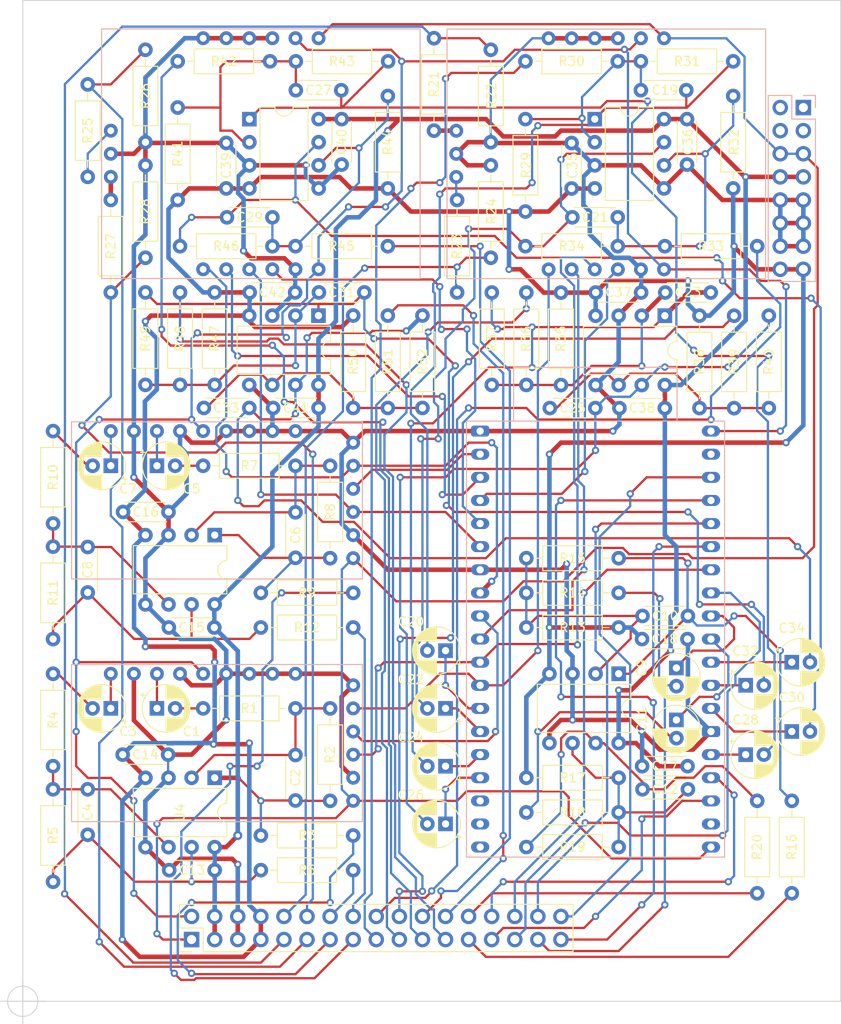
<source format=kicad_pcb>
(kicad_pcb (version 20211014) (generator pcbnew)
  (layers (0 "F.Cu" signal) (31 "B.Cu" signal) (34 "B.Paste" user) (35 "F.Paste" user) (36 "B.SilkS" user "B.Silkscreen") (37 "F.SilkS" user "F.Silkscreen") (38 "B.Mask" user) (39 "F.Mask" user) (44 "Edge.Cuts" user))
  (net 0 "")
  (net 1 "R_OUT_1")
  (net 2 "Net-(C1-Pad2)")
  (net 3 "Net-(C2-Pad1)")
  (net 4 "Net-(C2-Pad2)")
  (net 5 "L_OUT_1")
  (net 6 "Net-(C3-Pad2)")
  (net 7 "Net-(C4-Pad1)")
  (net 8 "Net-(C4-Pad2)")
  (net 9 "R_OUT_2")
  (net 10 "Net-(C5-Pad2)")
  (net 11 "Net-(C6-Pad1)")
  (net 12 "Net-(C6-Pad2)")
  (net 13 "L_OUT_2")
  (net 14 "Net-(C7-Pad2)")
  (net 15 "Net-(C8-Pad1)")
  (net 16 "Net-(C8-Pad2)")
  (net 17 "DAC_1")
  (net 18 "Net-(C9-Pad2)")
  (net 19 "Net-(C10-Pad1)")
  (net 20 "Net-(C10-Pad2)")
  (net 21 "DAC_2")
  (net 22 "Net-(C11-Pad2)")
  (net 23 "Net-(C12-Pad1)")
  (net 24 "Net-(C12-Pad2)")
  (net 25 "GND")
  (net 26 "+12V")
  (net 27 "-12V")
  (net 28 "Net-(C19-Pad1)")
  (net 29 "Net-(C19-Pad2)")
  (net 30 "ADC_1")
  (net 31 "Net-(C21-Pad1)")
  (net 32 "Net-(C21-Pad2)")
  (net 33 "ADC_2")
  (net 34 "Net-(C23-Pad1)")
  (net 35 "Net-(C23-Pad2)")
  (net 36 "ADC_3")
  (net 37 "Net-(C25-Pad1)")
  (net 38 "Net-(C25-Pad2)")
  (net 39 "ADC_4")
  (net 40 "Net-(C27-Pad1)")
  (net 41 "Net-(C27-Pad2)")
  (net 42 "ADC_5")
  (net 43 "Net-(C29-Pad1)")
  (net 44 "Net-(C29-Pad2)")
  (net 45 "ADC_6")
  (net 46 "Net-(C31-Pad1)")
  (net 47 "Net-(C31-Pad2)")
  (net 48 "ADC_7")
  (net 49 "Net-(C33-Pad1)")
  (net 50 "Net-(C33-Pad2)")
  (net 51 "ADC_8")
  (net 52 "+3.3V")
  (net 53 "HD_A_IN1")
  (net 54 "HD_A_IN2")
  (net 55 "HD_A_IN3")
  (net 56 "HD_A_IN4")
  (net 57 "HD_A_OUT1")
  (net 58 "HD_A_OUT2")
  (net 59 "HD_A_OUT3")
  (net 60 "HD_A_OUT4")
  (net 61 "LD_A_IN_1")
  (net 62 "LD_A_IN_2")
  (net 63 "LD_A_IN_3")
  (net 64 "LD_A_IN_4")
  (net 65 "LD_A_IN_5")
  (net 66 "LD_A_IN_6")
  (net 67 "LD_A_IN_7")
  (net 68 "LD_A_IN_8")
  (net 69 "LD_A_OUT_1")
  (net 70 "LD_A_OUT_2")
  (net 71 "GPIO_1")
  (net 72 "GPIO_2")
  (net 73 "GPIO_3")
  (net 74 "GPIO_4")
  (net 75 "GPIO_5")
  (net 76 "GPIO_6")
  (net 77 "GPIO_7")
  (net 78 "GPIO_8")
  (net 83 "+5V")
  (net 84 "RIN_1")
  (net 85 "LIN_1")
  (net 86 "RIN_2")
  (net 87 "LIN_2")
  (net 93 "BCK_1")
  (net 94 "WS_1")
  (net 95 "DIN_1")
  (net 96 "DOUT_1")
  (net 97 "BCK_2")
  (net 98 "WS_2")
  (net 99 "MCK_2")
  (net 100 "MCK_1")
  (net 101 "DIN_2")
  (net 102 "DOUT_2")
  (footprint "Connector_PinHeader_2.54mm:PinHeader_2x17_P2.54mm_Vertical" (layer "F.Cu") (at 68.58 156.215 90)
    (fp_text reference "J1" hide)
    (fp_text value "DantesqueAutomata-Connector" hide)
  )
  (footprint "Resistor_THT:R_Axial_DIN0207_L6.3mm_D2.5mm_P10.16mm_Horizontal" (layer "F.Cu") (at 115.57 121.92 180)
    (fp_text reference "R13")
    (fp_text value "80.6kΩ" hide)
  )
  (footprint "Resistor_THT:R_Axial_DIN0207_L6.3mm_D2.5mm_P10.16mm_Horizontal" (layer "F.Cu") (at 134.62 140.97 -90)
    (fp_text reference "R16")
    (fp_text value "1kΩ" hide)
  )
  (footprint "Resistor_THT:R_Axial_DIN0207_L6.3mm_D2.5mm_P10.16mm_Horizontal" (layer "F.Cu") (at 63.5 71.12 -90)
    (fp_text reference "R28")
    (fp_text value "2.2kΩ" hide)
  )
  (footprint "Resistor_THT:R_Axial_DIN0207_L6.3mm_D2.5mm_P10.16mm_Horizontal" (layer "F.Cu") (at 67.05 74.93 90)
    (fp_text reference "R41")
    (fp_text value "221kΩ" hide)
  )
  (footprint "Resistor_THT:R_Axial_DIN0207_L6.3mm_D2.5mm_P10.16mm_Horizontal" (layer "F.Cu") (at 115.57 146.05 180)
    (fp_text reference "R19")
    (fp_text value "33kΩ" hide)
  )
  (footprint "Resistor_THT:R_Axial_DIN0207_L6.3mm_D2.5mm_P10.16mm_Horizontal" (layer "F.Cu") (at 101.5 71.12 -90)
    (fp_text reference "R24")
    (fp_text value "2.2kΩ" hide)
  )
  (footprint "Resistor_THT:R_Axial_DIN0207_L6.3mm_D2.5mm_P10.16mm_Horizontal" (layer "F.Cu") (at 115.57 118.11 180)
    (fp_text reference "R14")
    (fp_text value "11kΩ" hide)
  )
  (footprint "Resistor_THT:R_Axial_DIN0207_L6.3mm_D2.5mm_P10.16mm_Horizontal" (layer "F.Cu") (at 83.82 130.81 -90)
    (fp_text reference "R2")
    (fp_text value "33kΩ" hide)
  )
  (footprint "Capacitor_THT:CP_Radial_D5.0mm_P2.00mm" (layer "F.Cu") (at 64.77 130.81)
    (fp_text reference "C1")
    (fp_text value "10µF" hide)
  )
  (footprint "Resistor_THT:R_Axial_DIN0207_L6.3mm_D2.5mm_P10.16mm_Horizontal" (layer "F.Cu") (at 105.31 59.69)
    (fp_text reference "R30")
    (fp_text value "133kΩ" hide)
  )
  (footprint "Resistor_THT:R_Axial_DIN0207_L6.3mm_D2.5mm_P10.16mm_Horizontal" (layer "F.Cu") (at 83.82 104.14 -90)
    (fp_text reference "R8")
    (fp_text value "33kΩ" hide)
  )
  (footprint "Capacitor_THT:CP_Radial_D5.0mm_P2.00mm" (layer "F.Cu") (at 96.52 143.51 180)
    (fp_text reference "C26")
    (fp_text value "10µF" hide)
  )
  (footprint "Capacitor_THT:C_Disc_D4.3mm_W1.9mm_P5.00mm" (layer "F.Cu") (at 123.09 71.04 90)
    (fp_text reference "C36")
    (fp_text value "100nF" hide)
  )
  (footprint "MountingHole:MountingHole_3.2mm_M3" (layer "F.Cu") (at 136 159)
    (fp_text reference "REF**" hide)
    (fp_text value "MountingHole_3.2mm_M3" hide)
  )
  (footprint "Capacitor_THT:CP_Radial_D5.0mm_P2.00mm" (layer "F.Cu") (at 96.52 130.81 180)
    (fp_text reference "C22")
    (fp_text value "10µF" hide)
  )
  (footprint "Capacitor_THT:C_Disc_D4.3mm_W1.9mm_P5.00mm" (layer "F.Cu") (at 80.01 109.26 -90)
    (fp_text reference "C6")
    (fp_text value "47pF" hide)
  )
  (footprint "Resistor_THT:R_Axial_DIN0207_L6.3mm_D2.5mm_P10.16mm_Horizontal" (layer "F.Cu") (at 90.17 87.63 -90)
    (fp_text reference "R51")
    (fp_text value "133kΩ" hide)
  )
  (footprint "Capacitor_THT:C_Disc_D4.3mm_W1.9mm_P5.00mm" (layer "F.Cu") (at 118.19 120.65)
    (fp_text reference "C10")
    (fp_text value "47pF" hide)
  )
  (footprint "Resistor_THT:R_Axial_DIN0207_L6.3mm_D2.5mm_P10.16mm_Horizontal" (layer "F.Cu") (at 105.41 138.43)
    (fp_text reference "R17")
    (fp_text value "80.6kΩ" hide)
  )
  (footprint "Resistor_THT:R_Axial_DIN0207_L6.3mm_D2.5mm_P10.16mm_Horizontal" (layer "F.Cu") (at 53.34 100.33 -90)
    (fp_text reference "R10")
    (fp_text value "20kΩ" hide)
  )
  (footprint "Resistor_THT:R_Axial_DIN0207_L6.3mm_D2.5mm_P10.16mm_Horizontal" (layer "F.Cu") (at 105.41 114.3)
    (fp_text reference "R15")
    (fp_text value "33kΩ" hide)
  )
  (footprint "Resistor_THT:R_Axial_DIN0207_L6.3mm_D2.5mm_P10.16mm_Horizontal" (layer "F.Cu") (at 76.2 121.92)
    (fp_text reference "R12")
    (fp_text value "1kΩ" hide)
  )
  (footprint "Resistor_THT:R_Axial_DIN0207_L6.3mm_D2.5mm_P10.16mm_Horizontal" (layer "F.Cu") (at 77.47 80.01 180)
    (fp_text reference "R46")
    (fp_text value "10kΩ" hide)
  )
  (footprint "Resistor_THT:R_Axial_DIN0207_L6.3mm_D2.5mm_P10.16mm_Horizontal" (layer "F.Cu") (at 128.27 87.65 -90)
    (fp_text reference "R39")
    (fp_text value "133kΩ" hide)
  )
  (footprint "Package_DIP:DIP-8_W7.62mm" (layer "F.Cu") (at 82.54 87.64 -90)
    (fp_text reference "U12" hide)
    (fp_text value "LM833" hide)
  )
  (footprint "Capacitor_THT:CP_Radial_D5.0mm_P2.00mm" (layer "F.Cu") (at 64.77 104.14)
    (fp_text reference "C5")
    (fp_text value "10µF" hide)
  )
  (footprint "Resistor_THT:R_Axial_DIN0207_L6.3mm_D2.5mm_P10.16mm_Horizontal" (layer "F.Cu") (at 63.5 95.25 90)
    (fp_text reference "R49")
    (fp_text value "10kΩ" hide)
  )
  (footprint "Resistor_THT:R_Axial_DIN0207_L6.3mm_D2.5mm_P10.16mm_Horizontal" (layer "F.Cu") (at 76.2 118.11)
    (fp_text reference "R9")
    (fp_text value "1kΩ" hide)
  )
  (footprint "Capacitor_THT:C_Disc_D4.3mm_W1.9mm_P5.00mm" (layer "F.Cu") (at 80.05 62.865)
    (fp_text reference "C27")
    (fp_text value "6.8nF" hide)
  )
  (footprint "Capacitor_THT:C_Disc_D4.3mm_W1.9mm_P5.00mm" (layer "F.Cu") (at 85.09 71.04 90)
    (fp_text reference "C40")
    (fp_text value "100nF" hide)
  )
  (footprint "Capacitor_THT:C_Disc_D4.3mm_W1.9mm_P5.00mm" (layer "F.Cu") (at 66.12 148.59)
    (fp_text reference "C13")
    (fp_text value "100nF" hide)
  )
  (footprint "Capacitor_THT:CP_Radial_D5.0mm_P2.00mm" (layer "F.Cu") (at 121.92 126.365 -90)
    (fp_text reference "C9")
    (fp_text value "10µF" hide)
  )
  (footprint "Package_DIP:DIP-8_W7.62mm" (layer "F.Cu") (at 112.94 66.04)
    (fp_text reference "U9" hide)
    (fp_text value "LM833" hide)
  )
  (footprint "Resistor_THT:R_Axial_DIN0207_L6.3mm_D2.5mm_P10.16mm_Horizontal" (layer "F.Cu") (at 69.85 130.81)
    (fp_text reference "R1")
    (fp_text value "20kΩ" hide)
  )
  (footprint "Resistor_THT:R_Axial_DIN0207_L6.3mm_D2.5mm_P10.16mm_Horizontal" (layer "F.Cu") (at 67.31 85.09 -90)
    (fp_text reference "R48")
    (fp_text value "133kΩ" hide)
  )
  (footprint "Package_DIP:DIP-8_W7.62mm" (layer "F.Cu") (at 74.94 66.04)
    (fp_text reference "U11" hide)
    (fp_text value "LM833" hide)
  )
  (footprint "Resistor_THT:R_Axial_DIN0207_L6.3mm_D2.5mm_P10.16mm_Horizontal" (layer "F.Cu") (at 69.85 104.14)
    (fp_text reference "R7")
    (fp_text value "20kΩ" hide)
  )
  (footprint "Resistor_THT:R_Axial_DIN0207_L6.3mm_D2.5mm_P10.16mm_Horizontal" (layer "F.Cu") (at 80.05 59.69)
    (fp_text reference "R43")
    (fp_text value "10kΩ" hide)
  )
  (footprint "Resistor_THT:R_Axial_DIN0207_L6.3mm_D2.5mm_P10.16mm_Horizontal" (layer "F.Cu") (at 109.22 85.11 -90)
    (fp_text reference "R35")
    (fp_text value "221kΩ" hide)
  )
  (footprint "Capacitor_THT:C_Disc_D4.3mm_W1.9mm_P5.00mm" (layer "F.Cu") (at 72.39 73.66 90)
    (fp_text reference "C39")
    (fp_text value "100nF" hide)
  )
  (footprint "Resistor_THT:R_Axial_DIN0207_L6.3mm_D2.5mm_P10.16mm_Horizontal" (layer "F.Cu") (at 90.17 73.66 90)
    (fp_text reference "R44")
    (fp_text value "221kΩ" hide)
  )
  (footprint "Resistor_THT:R_Axial_DIN0207_L6.3mm_D2.5mm_P10.16mm_Horizontal" (layer "F.Cu") (at 101.5 68.58 90)
    (fp_text reference "R22")
    (fp_text value "2.2kΩ" hide)
  )
  (footprint "Package_DIP:DIP-8_W7.62mm" (layer "F.Cu") (at 120.65 87.65 -90)
    (fp_text reference "U10" hide)
    (fp_text value "LM833" hide)
  )
  (footprint "Resistor_THT:R_Axial_DIN0207_L6.3mm_D2.5mm_P10.16mm_Horizontal" (layer "F.Cu") (at 130.81 140.97 -90)
    (fp_text reference "R20")
    (fp_text value "1kΩ" hide)
  )
  (footprint "Capacitor_THT:CP_Radial_D5.0mm_P2.00mm" (layer "F.Cu") (at 96.52 124.46 180)
    (fp_text reference "C20")
    (fp_text value "10µF" hide)
  )
  (footprint "Resistor_THT:R_Axial_DIN0207_L6.3mm_D2.5mm_P10.16mm_Horizontal" (layer "F.Cu") (at 124.46 87.64 -90)
    (fp_text reference "R38")
    (fp_text value "221kΩ" hide)
  )
  (footprint "Capacitor_THT:C_Disc_D4.3mm_W1.9mm_P5.00mm" (layer "F.Cu") (at 113.04 85.1)
    (fp_text reference "C37")
    (fp_text value "100nF" hide)
  )
  (footprint "Resistor_THT:R_Axial_DIN0207_L6.3mm_D2.5mm_P10.16mm_Horizontal" (layer "F.Cu") (at 76.2 148.59)
    (fp_text reference "R6")
    (fp_text value "1kΩ" hide)
  )
  (footprint "Capacitor_THT:C_Disc_D4.3mm_W1.9mm_P5.00mm" (layer "F.Cu") (at 77.47 76.835 180)
    (fp_text reference "C29")
    (fp_text value "6.8nF" hide)
  )
  (footprint "Capacitor_THT:C_Disc_D4.3mm_W1.9mm_P5.00mm" (layer "F.Cu") (at 118.14 123.19)
    (fp_text reference "C18")
    (fp_text value "100nF" hide)
  )
  (footprint "MountingHole:MountingHole_3.2mm_M3" (layer "F.Cu") (at 136 57)
    (fp_text reference "REF**" hide)
    (fp_text value "MountingHole_3.2mm_M3" hide)
  )
  (footprint "Capacitor_THT:C_Disc_D4.3mm_W1.9mm_P5.00mm" (layer "F.Cu") (at 118.01 62.865)
    (fp_text reference "C19")
    (fp_text value "6.8nF" hide)
  )
  (footprint "Resistor_THT:R_Axial_DIN0207_L6.3mm_D2.5mm_P10.16mm_Horizontal" (layer "F.Cu") (at 115.47 80.01 180)
    (fp_text reference "R34")
    (fp_text value "10kΩ" hide)
  )
  (footprint "Capacitor_THT:CP_Radial_D5.0mm_P2.00mm" (layer "F.Cu") (at 121.92 132.08 -90)
    (fp_text reference "C11")
    (fp_text value "10µF" hide)
  )
  (footprint "Capacitor_THT:CP_Radial_D5.0mm_P2.00mm" (layer "F.Cu") (at 129.54 128.27)
    (fp_text reference "C32")
    (fp_text value "10µF" hide)
  )
  (footprint "Capacitor_THT:CP_Radial_D5.0mm_P2.00mm" (layer "F.Cu") (at 129.54 135.89)
    (fp_text reference "C28")
    (fp_text value "10µF" hide)
  )
  (footprint "Resistor_THT:R_Axial_DIN0207_L6.3mm_D2.5mm_P10.16mm_Horizontal" (layer "F.Cu") (at 71.12 85.09 -90)
    (fp_text reference "R47")
    (fp_text value "221kΩ" hide)
  )
  (footprint "MountingHole:MountingHole_3.2mm_M3" (layer "F.Cu") (at 54 159)
    (fp_text reference "REF**" hide)
    (fp_text value "MountingHole_3.2mm_M3" hide)
  )
  (footprint "Package_DIP:DIP-8_W7.62mm" (layer "F.Cu") (at 115.57 127 -90)
    (fp_text reference "U6" hide)
    (fp_text value "LM833" hide)
  )
  (footprint "Resistor_THT:R_Axial_DIN0207_L6.3mm_D2.5mm_P10.16mm_Horizontal" (layer "F.Cu") (at 130.81 80.01 180)
    (fp_text reference "R33")
    (fp_text value "133kΩ" hide)
  )
  (footprint "Resistor_THT:R_Axial_DIN0207_L6.3mm_D2.5mm_P10.16mm_Horizontal" (layer "F.Cu") (at 132.09 97.8 90)
    (fp_text reference "R40")
    (fp_text value "10kΩ" hide)
  )
  (footprint "Package_DIP:DIP-8_W7.62mm" (layer "F.Cu") (at 71.12 138.44 -90)
    (fp_text reference "U4")
    (fp_text value "LM833" hide)
  )
  (footprint "Capacitor_THT:C_Disc_D4.3mm_W1.9mm_P5.00mm" (layer "F.Cu") (at 110.39 73.67 90)
    (fp_text reference "C35")
    (fp_text value "100nF" hide)
  )
  (footprint "Capacitor_THT:CP_Radial_D5.0mm_P2.00mm" (layer "F.Cu") (at 96.52 137.16 180)
    (fp_text reference "C24")
    (fp_text value "10µF" hide)
  )
  (footprint "Resistor_THT:R_Axial_DIN0207_L6.3mm_D2.5mm_P10.16mm_Horizontal" (layer "F.Cu") (at 53.34 113.03 -90)
    (fp_text reference "R11")
    (fp_text value "33kΩ" hide)
  )
  (footprint "Capacitor_THT:CP_Radial_D5.0mm_P2.00mm" (layer "F.Cu") (at 59.69 104.14 180)
    (fp_text reference "C7")
    (fp_text value "10µF")
  )
  (footprint "Resistor_THT:R_Axial_DIN0207_L6.3mm_D2.5mm_P10.16mm_Horizontal" (layer "F.Cu") (at 93.98 97.79 90)
    (fp_text reference "R52")
    (fp_text value "10kΩ" hide)
  )
  (footprint "Capacitor_THT:C_Disc_D4.3mm_W1.9mm_P5.00mm" (layer "F.Cu") (at 123.19 139.7 180)
    (fp_text reference "C12")
    (fp_text value "47pF" hide)
  )
  (footprint "Capacitor_THT:C_Disc_D4.3mm_W1.9mm_P5.00mm" (layer "F.Cu") (at 61.04 109.22)
    (fp_text reference "C16")
    (fp_text value "100nF" hide)
  )
  (footprint "Resistor_THT:R_Axial_DIN0207_L6.3mm_D2.5mm_P10.16mm_Horizontal" (layer "F.Cu") (at 97.79 85.09 90)
    (fp_text reference "R23")
    (fp_text value "5.6kΩ" hide)
  )
  (footprint "Capacitor_THT:CP_Radial_D5.0mm_P2.00mm" (layer "F.Cu") (at 134.62 125.73)
    (fp_text reference "C34")
    (fp_text value "10µF" hide)
  )
  (footprint "Capacitor_THT:C_Disc_D4.3mm_W1.9mm_P5.00mm" (layer "F.Cu") (at 61 135.89)
    (fp_text reference "C14")
    (fp_text value "100nF" hide)
  )
  (footprint "Resistor_THT:R_Axial_DIN0207_L6.3mm_D2.5mm_P10.16mm_Horizontal" (layer "F.Cu") (at 57.15 62.23 -90)
    (fp_text reference "R25")
    (fp_text value "5.6kΩ" hide)
  )
  (footprint "Resistor_THT:R_Axial_DIN0207_L6.3mm_D2.5mm_P10.16mm_Horizontal" (layer "F.Cu") (at 105.41 142.24)
    (fp_text reference "R18")
    (fp_text value "11kΩ" hide)
  )
  (footprint "Resistor_THT:R_Axial_DIN0207_L6.3mm_D2.5mm_P10.16mm_Horizontal" (layer "F.Cu") (at 59.69 85.09 90)
    (fp_text reference "R27")
    (fp_text value "5.6kΩ" hide)
  )
  (footprint "Capacitor_THT:C_Disc_D4.3mm_W1.9mm_P5.00mm" (layer "F.Cu") (at 82.59 85.09)
    (fp_text reference "C31")
    (fp_text value "6.8nF" hide)
  )
  (footprint "Capacitor_THT:C_Disc_D4.3mm_W1.9mm_P5.00mm" (layer "F.Cu") (at 69.93 97.79)
    (fp_text reference "C33")
    (fp_text value "6.8nF" hide)
  )
  (footprint "Resistor_THT:R_Axial_DIN0207_L6.3mm_D2.5mm_P10.16mm_Horizontal" (layer "F.Cu") (at 76.2 144.78)
    (fp_text reference "R3")
    (fp_text value "1kΩ" hide)
  )
  (footprint "Resistor_THT:R_Axial_DIN0207_L6.3mm_D2.5mm_P10.16mm_Horizontal" (layer "F.Cu") (at 63.5 68.58 90)
    (fp_text reference "R26")
    (fp_text value "2.2kΩ" hide)
  )
  (footprint "MountingHole:MountingHole_3.2mm_M3" (layer "F.Cu") (at 54 57)
    (fp_text reference "REF**" hide)
    (fp_text value "MountingHole_3.2mm_M3" hide)
  )
  (footprint "Capacitor_THT:C_Disc_D4.3mm_W1.9mm_P5.00mm" (layer "F.Cu") (at 74.97 85.09)
    (fp_text reference "C42")
    (fp_text value "100nF" hide)
  )
  (footprint "Package_DIP:DIP-8_W7.62mm" (layer "F.Cu") (at 71.12 111.76 -90)
    (fp_text reference "U5" hide)
    (fp_text value "LM833" hide)
  )
  (footprint "Capacitor_THT:C_Disc_D4.3mm_W1.9mm_P5.00mm" (layer "F.Cu") (at 66.08 121.92)
    (fp_text reference "C15")
    (fp_text value "100nF" hide)
  )
  (footprint "Capacitor_THT:C_Disc_D4.3mm_W1.9mm_P5.00mm" (layer "F.Cu") (at 115.47 76.835 180)
    (fp_text reference "C21")
    (fp_text value "6.8nF" hide)
  )
  (footprint "Resistor_THT:R_Axial_DIN0207_L6.3mm_D2.5mm_P10.16mm_Horizontal" (layer "F.Cu") (at 128.17 73.66 90)
    (fp_text reference "R32")
    (fp_text value "221kΩ" hide)
  )
  (footprint "Capacitor_THT:C_Disc_D4.3mm_W1.9mm_P5.00mm" (layer "F.Cu") (at 108 97.8)
    (fp_text reference "C25")
    (fp_text value "6.8nF" hide)
  )
  (footprint "Resistor_THT:R_Axial_DIN0207_L6.3mm_D2.5mm_P10.16mm_Horizontal" (layer "F.Cu") (at 86.36 87.63 -90)
    (fp_text reference "R50")
    (fp_text value "221kΩ" hide)
  )
  (footprint "Capacitor_THT:C_Disc_D4.3mm_W1.9mm_P5.00mm" (layer "F.Cu") (at 57.15 139.7 -90)
    (fp_text reference "C4")
    (fp_text value "47pF" hide)
  )
  (footprint "Capacitor_THT:C_Disc_D4.3mm_W1.9mm_P5.00mm" (layer "F.Cu") (at 57.15 113.07 -90)
    (fp_text reference "C8")
    (fp_text value "47pF" hide)
  )
  (footprint "Resistor_THT:R_Axial_DIN0207_L6.3mm_D2.5mm_P10.16mm_Horizontal" (layer "F.Cu") (at 95.25 57.15 -90)
    (fp_text reference "R21")
    (fp_text value "5.6kΩ" hide)
  )
  (footprint "Capacitor_THT:CP_Radial_D5.0mm_P2.00mm" (layer "F.Cu") (at 59.69 130.81 180)
    (fp_text reference "C3")
    (fp_text value "10µF" hide)
  )
  (footprint "Resistor_THT:R_Axial_DIN0207_L6.3mm_D2.5mm_P10.16mm_Horizontal" (layer "F.Cu") (at 118.01 59.69)
    (fp_text reference "R31")
    (fp_text value "10kΩ" hide)
  )
  (footprint "Resistor_THT:R_Axial_DIN0207_L6.3mm_D2.5mm_P10.16mm_Horizontal" (layer "F.Cu") (at 53.34 139.7 -90)
    (fp_text reference "R5")
    (fp_text value "33kΩ" hide)
  )
  (footprint "Resistor_THT:R_Axial_DIN0207_L6.3mm_D2.5mm_P10.16mm_Horizontal" (layer "F.Cu") (at 53.34 127 -90)
    (fp_text reference "R4")
    (fp_text value "20kΩ" hide)
  )
  (footprint "Capacitor_THT:C_Disc_D4.3mm_W1.9mm_P5.00mm" (layer "F.Cu") (at 77.55 97.79)
    (fp_text reference "C41")
    (fp_text value "100nF" hide)
  )
  (footprint "Resistor_THT:R_Axial_DIN0207_L6.3mm_D2.5mm_P10.16mm_Horizontal" (layer "F.Cu") (at 67.05 59.69)
    (fp_text reference "R42")
    (fp_text value "133kΩ" hide)
  )
  (footprint "Capacitor_THT:C_Disc_D4.3mm_W1.9mm_P5.00mm" (layer "F.Cu") (at 118.15 137.16)
    (fp_text reference "C17")
    (fp_text value "100nF" hide)
  )
  (footprint "Resistor_THT:R_Axial_DIN0207_L6.3mm_D2.5mm_P10.16mm_Horizontal" (layer "F.Cu") (at 105.41 85.1 -90)
    (fp_text reference "R36")
    (fp_text value "133kΩ" hide)
  )
  (footprint "Capacitor_THT:C_Disc_D4.3mm_W1.9mm_P5.00mm" (layer "F.Cu") (at 80.01 135.93 -90)
    (fp_text reference "C2")
    (fp_text value "47pF" hide)
  )
  (footprint "Capacitor_THT:C_Disc_D4.3mm_W1.9mm_P5.00mm" (layer "F.Cu") (at 115.65 97.81)
    (fp_text reference "C38")
    (fp_text value "100nF" hide)
  )
  (footprint "Resistor_THT:R_Axial_DIN0207_L6.3mm_D2.5mm_P10.16mm_Horizontal" (layer "F.Cu") (at 101.61 95.26 90)
    (fp_text reference "R37")
    (fp_text value "10kΩ" hide)
  )
  (footprint "Resistor_THT:R_Axial_DIN0207_L6.3mm_D2.5mm_P10.16mm_Horizontal" (layer "F.Cu") (at 90.17 80.01 180)
    (fp_text reference "R45")
    (fp_text value "133kΩ" hide)
  )
  (footprint "Capacitor_THT:CP_Radial_D5.0mm_P2.00mm" (layer "F.Cu") (at 134.62 133.35)
    (fp_text reference "C30")
    (fp_text value "10µF" hide)
  )
  (footprint "Capacitor_THT:C_Disc_D4.3mm_W1.9mm_P5.00mm" (layer "F.Cu") (at 120.7 85.1)
    (fp_text reference "C23")
    (fp_text value "6.8nF" hide)
  )
  (footprint "Resistor_THT:R_Axial_DIN0207_L6.3mm_D2.5mm_P10.16mm_Horizontal" (layer "F.Cu") (at 105.31 76.2 90)
    (fp_text reference "R29")
    (fp_text value "221Ω" hide)
  )
  (footprint "Audio_Module:GY-PCM5102" (layer "B.Cu") (at 73.66 107.95 90)
    (fp_text reference "U3" hide)
    (fp_text value "GY-PCM5102" hide)
  )
  (footprint "Espressif:ESP32-DevKitC" (layer "B.Cu") (at 125.73 100.33 180)
    (fp_text reference "U1" hide)
    (fp_text value "ESP32-DevKitC" hide)
  )
  (footprint "Audio_Module:CJMCU-1808" (layer "B.Cu") (at 76.2 69.85 -90)
    (fp_text reference "U8" hide)
    (fp_text value "CJMCU-1808" hide)
  )
  (footprint "Connector_PinHeader_2.54mm:PinHeader_2x08_P2.54mm_Vertical" (layer "B.Cu") (at 135.89 64.77 180)
    (fp_text reference "J2" hide)
    (fp_text value "EurorackPower-Connector" hide)
  )
  (footprint "Audio_Module:CJMCU-1808" (layer "B.Cu") (at 114.21 69.86 -90)
    (fp_text reference "U7" hide)
    (fp_text value "CJMCU-1808" hide)
  )
  (footprint "Audio_Module:GY-PCM5102" (layer "B.Cu") (at 73.66 134.62 90)
    (fp_text reference "U2" hide)
    (fp_text value "GY-PCM5102" hide)
  )
  (gr_rect (start 50.005 53) (end 140.005 163) (layer "Edge.Cuts") (width 0.1) (fill none))
  (target plus (at 50 163) (size 5) (width 0.1) (layer "Edge.Cuts"))
  (segment (start 64.77 130.81) (end 64.77 127) (width 0.25) (layer "F.Cu") (net 1))
  (segment (start 69.85 130.81) (end 66.77 130.81) (width 0.25) (layer "F.Cu") (net 2))
  (segment (start 80.01 130.81) (end 83.82 130.81) (width 0.25) (layer "F.Cu") (net 3))
  (segment (start 68.57 138.44) (end 71.08 135.93) (width 0.25) (layer "F.Cu") (net 3))
  (segment (start 71.08 135.93) (end 80.01 135.93) (width 0.25) (layer "F.Cu") (net 3))
  (segment (start 80.01 135.93) (end 80.01 130.81) (width 0.25) (layer "F.Cu") (net 3))
  (segment (start 76.2 140.97) (end 76.24 140.93) (width 0.5) (layer "F.Cu") (net 4))
  (segment (start 80.01 140.97) (end 80.01 140.93) (width 0.25) (layer "F.Cu") (net 4))
  (segment (start 76.24 140.93) (end 80.01 140.93) (width 0.25) (layer "F.Cu") (net 4))
  (segment (start 76.24 140.93) (end 73.75 138.44) (width 0.25) (layer "F.Cu") (net 4))
  (segment (start 83.82 140.97) (end 80.05 140.97) (width 0.25) (layer "F.Cu") (net 4))
  (segment (start 80.05 140.97) (end 80.01 140.93) (width 0.5) (layer "F.Cu") (net 4))
  (segment (start 73.75 138.44) (end 71.11 138.44) (width 0.5) (layer "F.Cu") (net 4))
  (via (at 76.2 140.97) (size 0.8) (drill 0.4) (layers "F.Cu" "B.Cu") (net 4))
  (segment (start 76.2 144.78) (end 76.2 140.97) (width 0.25) (layer "B.Cu") (net 4))
  (segment (start 59.69 130.81) (end 59.69 127) (width 0.25) (layer "F.Cu") (net 5))
  (segment (start 57.69 130.81) (end 53.88 127) (width 0.25) (layer "F.Cu") (net 6))
  (segment (start 53.88 127) (end 53.34 127) (width 0.5) (layer "F.Cu") (net 6))
  (segment (start 57.15 139.7) (end 53.34 139.7) (width 0.25) (layer "F.Cu") (net 7))
  (segment (start 66.03 146.06) (end 59.67 139.7) (width 0.25) (layer "F.Cu") (net 7))
  (segment (start 53.34 139.7) (end 53.34 137.16) (width 0.25) (layer "F.Cu") (net 7))
  (segment (start 59.67 139.7) (end 57.15 139.7) (width 0.25) (layer "F.Cu") (net 7))
  (segment (start 76.2 148.59) (end 74.93 149.86) (width 0.25) (layer "F.Cu") (net 8))
  (segment (start 68.58 149.86) (end 62.31 149.86) (width 0.25) (layer "F.Cu") (net 8))
  (segment (start 53.34 149.86) (end 53.34 148.51) (width 0.25) (layer "F.Cu") (net 8))
  (segment (start 53.34 148.51) (end 57.15 144.7) (width 0.25) (layer "F.Cu") (net 8))
  (segment (start 62.31 149.86) (end 57.15 144.7) (width 0.25) (layer "F.Cu") (net 8))
  (segment (start 74.93 149.86) (end 68.58 149.86) (width 0.25) (layer "F.Cu") (net 8))
  (via (at 68.58 149.86) (size 0.8) (drill 0.4) (layers "F.Cu" "B.Cu") (net 8))
  (segment (start 68.58 146.06) (end 68.58 149.86) (width 0.25) (layer "B.Cu") (net 8))
  (segment (start 64.77 104.14) (end 64.77 100.33) (width 0.25) (layer "B.Cu") (net 9))
  (segment (start 66.77 104.14) (end 69.85 104.14) (width 0.25) (layer "F.Cu") (net 10))
  (segment (start 80.01 104.14) (end 83.82 104.14) (width 0.25) (layer "F.Cu") (net 11))
  (segment (start 80.01 109.26) (end 71.08 109.26) (width 0.25) (layer "F.Cu") (net 11))
  (segment (start 71.08 109.26) (end 68.58 111.76) (width 0.25) (layer "F.Cu") (net 11))
  (segment (start 80.01 109.26) (end 80.01 104.14) (width 0.25) (layer "B.Cu") (net 11))
  (segment (start 80.01 114.26) (end 76.24 114.26) (width 0.25) (layer "F.Cu") (net 12))
  (segment (start 73.74 111.76) (end 71.12 111.76) (width 0.25) (layer "F.Cu") (net 12))
  (segment (start 83.78 114.26) (end 83.82 114.3) (width 0.5) (layer "F.Cu") (net 12))
  (segment (start 80.01 114.26) (end 83.78 114.26) (width 0.25) (layer "F.Cu") (net 12))
  (segment (start 76.24 114.26) (end 73.74 111.76) (width 0.25) (layer "F.Cu") (net 12))
  (segment (start 76.2 118.11) (end 80.01 114.3) (width 0.25) (layer "B.Cu") (net 12))
  (segment (start 80.01 114.3) (end 80.01 114.26) (width 0.5) (layer "B.Cu") (net 12))
  (segment (start 59.69 104.14) (end 59.69 100.33) (width 0.25) (layer "B.Cu") (net 13))
  (segment (start 57.15 104.14) (end 57.69 104.14) (width 0.5) (layer "F.Cu") (net 14))
  (segment (start 53.34 100.33) (end 57.15 104.14) (width 0.25) (layer "F.Cu") (net 14))
  (segment (start 57.15 113.07) (end 59.73 113.07) (width 0.25) (layer "F.Cu") (net 15))
  (segment (start 53.34 110.49) (end 53.34 113.03) (width 0.25) (layer "F.Cu") (net 15))
  (segment (start 59.73 113.07) (end 66.04 119.38) (width 0.25) (layer "F.Cu") (net 15))
  (segment (start 53.34 113.03) (end 57.11 113.03) (width 0.25) (layer "F.Cu") (net 15))
  (segment (start 57.11 113.03) (end 57.15 113.07) (width 0.5) (layer "F.Cu") (net 15))
  (segment (start 68.6 123.17) (end 74.95 123.17) (width 0.25) (layer "F.Cu") (net 16))
  (segment (start 57.15 118.07) (end 62.25 123.17) (width 0.25) (layer "F.Cu") (net 16))
  (segment (start 53.34 121.88) (end 57.15 118.07) (width 0.25) (layer "F.Cu") (net 16))
  (segment (start 74.95 123.17) (end 76.2 121.92) (width 0.25) (layer "F.Cu") (net 16))
  (segment (start 68.58 123.15) (end 68.58 119.38) (width 0.25) (layer "F.Cu") (net 16))
  (segment (start 62.25 123.17) (end 68.6 123.17) (width 0.25) (layer "F.Cu") (net 16))
  (segment (start 53.34 123.19) (end 53.34 121.88) (width 0.25) (layer "F.Cu") (net 16))
  (segment (start 121.92 126.27) (end 123.73 124.46) (width 0.25) (layer "F.Cu") (net 17))
  (segment (start 123.73 124.46) (end 127 124.46) (width 0.25) (layer "F.Cu") (net 17))
  (segment (start 127 120.65) (end 125.73 120.65) (width 0.25) (layer "F.Cu") (net 17))
  (segment (start 128.27 121.92) (end 127 120.65) (width 0.25) (layer "F.Cu") (net 17))
  (segment (start 127 124.46) (end 128.27 123.19) (width 0.25) (layer "F.Cu") (net 17))
  (segment (start 128.27 123.19) (end 128.27 121.92) (width 0.25) (layer "F.Cu") (net 17))
  (segment (start 120.1045 118.745) (end 119.4695 118.11) (width 0.25) (layer "F.Cu") (net 18))
  (segment (start 119.4695 118.11) (end 115.57 118.11) (width 0.25) (layer "F.Cu") (net 18))
  (via (at 120.1045 118.745) (size 0.8) (drill 0.4) (layers "F.Cu" "B.Cu") (net 18))
  (segment (start 120.1045 118.745) (end 120.015 118.8345) (width 0.5) (layer "B.Cu") (net 18))
  (segment (start 120.015 118.8345) (end 120.015 127.49637) (width 0.25) (layer "B.Cu") (net 18))
  (segment (start 120.015 127.49637) (end 120.78863 128.27) (width 0.25) (layer "B.Cu") (net 18))
  (segment (start 120.78863 128.27) (end 121.92 128.27) (width 0.25) (layer "B.Cu") (net 18))
  (segment (start 105.41 121.92) (end 106.68 120.65) (width 0.25) (layer "F.Cu") (net 19))
  (segment (start 116.89 121.91) (end 118.15 120.65) (width 0.25) (layer "F.Cu") (net 19))
  (segment (start 113.03 127) (end 116.89 123.14) (width 0.25) (layer "F.Cu") (net 19))
  (segment (start 116.89 123.14) (end 116.89 121.91) (width 0.25) (layer "F.Cu") (net 19))
  (segment (start 106.68 120.65) (end 118.15 120.65) (width 0.25) (layer "F.Cu") (net 19))
  (segment (start 105.41 118.11) (end 105.41 121.92) (width 0.25) (layer "B.Cu") (net 19))
  (segment (start 105.41 114.3) (end 105.41 118.11) (width 0.25) (layer "B.Cu") (net 19))
  (segment (start 122.6445 114.3) (end 115.57 114.3) (width 0.25) (layer "F.Cu") (net 20))
  (segment (start 129.54 120.65) (end 128.27 120.65) (width 0.25) (layer "F.Cu") (net 20))
  (segment (start 116.8 127) (end 123.15 120.65) (width 0.25) (layer "F.Cu") (net 20))
  (segment (start 115.57 127) (end 116.8 127) (width 0.25) (layer "F.Cu") (net 20))
  (segment (start 133.35 124.46) (end 129.54 120.65) (width 0.25) (layer "F.Cu") (net 20))
  (segment (start 123.19 114.8455) (end 122.6445 114.3) (width 0.25) (layer "F.Cu") (net 20))
  (via (at 128.27 120.65) (size 0.8) (drill 0.4) (layers "F.Cu" "B.Cu") (net 20))
  (via (at 133.35 124.46) (size 0.8) (drill 0.4) (layers "F.Cu" "B.Cu") (net 20))
  (via (at 123.19 114.8455) (size 0.8) (drill 0.4) (layers "F.Cu" "B.Cu") (net 20))
  (segment (start 124.2 121.7) (end 123.15 120.65) (width 0.25) (layer "B.Cu") (net 20))
  (segment (start 128.27 120.65) (end 127.22 121.7) (width 0.25) (layer "B.Cu") (net 20))
  (segment (start 123.15 114.8855) (end 123.15 120.65) (width 0.25) (layer "B.Cu") (net 20))
  (segment (start 123.19 114.8455) (end 123.15 114.8855) (width 0.5) (layer "B.Cu") (net 20))
  (segment (start 133.35 139.7) (end 134.62 140.97) (width 0.25) (layer "B.Cu") (net 20))
  (segment (start 133.35 132.08) (end 133.35 139.7) (width 0.25) (layer "B.Cu") (net 20))
  (segment (start 133.35 132.08) (end 133.35 124.46) (width 0.25) (layer "B.Cu") (net 20))
  (segment (start 127.22 121.7) (end 124.2 121.7) (width 0.25) (layer "B.Cu") (net 20))
  (segment (start 126.365 129.54) (end 124.46 129.54) (width 0.25) (layer "F.Cu") (net 21))
  (segment (start 124.46 129.54) (end 121.92 132.08) (width 0.25) (layer "F.Cu") (net 21))
  (via (at 126.365 129.54) (size 0.8) (drill 0.4) (layers "F.Cu" "B.Cu") (net 21))
  (segment (start 127.635 125.095) (end 125.73 123.19) (width 0.25) (layer "B.Cu") (net 21))
  (segment (start 126.365 129.54) (end 127.635 128.27) (width 0.25) (layer "B.Cu") (net 21))
  (segment (start 127.635 128.27) (end 127.635 125.095) (width 0.25) (layer "B.Cu") (net 21))
  (segment (start 109.08005 131.23) (end 118.57 131.23) (width 0.25) (layer "F.Cu") (net 22))
  (segment (start 106.68 133.35) (end 106.96005 133.35) (width 0.25) (layer "F.Cu") (net 22))
  (segment (start 121.42 134.08) (end 121.92 134.08) (width 0.5) (layer "F.Cu") (net 22))
  (segment (start 106.96005 133.35) (end 109.08005 131.23) (width 0.25) (layer "F.Cu") (net 22))
  (segment (start 118.57 131.23) (end 121.42 134.08) (width 0.25) (layer "F.Cu") (net 22))
  (via (at 106.68 133.35) (size 0.8) (drill 0.4) (layers "F.Cu" "B.Cu") (net 22))
  (segment (start 106.68 140.97) (end 105.41 142.24) (width 0.25) (layer "B.Cu") (net 22))
  (segment (start 106.68 133.35) (end 106.68 140.97) (width 0.25) (layer "B.Cu") (net 22))
  (segment (start 123.19 139.7) (end 120.65 142.24) (width 0.25) (layer "F.Cu") (net 23))
  (segment (start 110.49 135.89) (end 110.49 134.62) (width 0.25) (layer "F.Cu") (net 23))
  (segment (start 120.65 142.24) (end 115.57 142.24) (width 0.25) (layer "F.Cu") (net 23))
  (segment (start 113.03 138.43) (end 110.49 135.89) (width 0.25) (layer "F.Cu") (net 23))
  (segment (start 115.57 138.43) (end 113.03 138.43) (width 0.25) (layer "F.Cu") (net 23))
  (segment (start 115.57 146.05) (end 115.57 142.24) (width 0.25) (layer "B.Cu") (net 23))
  (segment (start 115.57 142.24) (end 115.57 138.43) (width 0.25) (layer "B.Cu") (net 23))
  (segment (start 113.913884 134.62) (end 113.527767 134.62) (width 0.25) (layer "F.Cu") (net 24))
  (segment (start 125.095 137.16) (end 123.825 138.43) (width 0.25) (layer "F.Cu") (net 24))
  (segment (start 118.19 139.282233) (end 118.19 138.896116) (width 0.25) (layer "F.Cu") (net 24))
  (segment (start 113.03 134.62) (end 111.78 133.37) (width 0.25) (layer "F.Cu") (net 24))
  (segment (start 125.095 137.16) (end 127 137.16) (width 0.25) (layer "F.Cu") (net 24))
  (segment (start 118.19 138.896116) (end 113.913884 134.62) (width 0.25) (layer "F.Cu") (net 24))
  (segment (start 127 137.16) (end 130.81 140.97) (width 0.25) (layer "F.Cu") (net 24))
  (segment (start 113.527767 134.62) (end 113.03 134.62) (width 0.5) (layer "F.Cu") (net 24))
  (segment (start 123.825 138.43) (end 121.92 138.43) (width 0.25) (layer "F.Cu") (net 24))
  (segment (start 120.65 139.7) (end 118.19 139.7) (width 0.25) (layer "F.Cu") (net 24))
  (segment (start 109.24 134.102233) (end 109.24 135.87) (width 0.25) (layer "F.Cu") (net 24))
  (segment (start 121.92 138.43) (end 120.65 139.7) (width 0.25) (layer "F.Cu") (net 24))
  (segment (start 118.19 139.7) (end 118.19 139.282233) (width 0.5) (layer "F.Cu") (net 24))
  (segment (start 109.972233 133.37) (end 109.24 134.102233) (width 0.25) (layer "F.Cu") (net 24))
  (segment (start 111.78 133.37) (end 109.972233 133.37) (width 0.25) (layer "F.Cu") (net 24))
  (via (at 109.24 135.87) (size 0.8) (drill 0.4) (layers "F.Cu" "B.Cu") (net 24))
  (segment (start 109.22 142.24) (end 109.22 135.89) (width 0.25) (layer "B.Cu") (net 24))
  (segment (start 109.22 142.24) (end 105.41 146.05) (width 0.25) (layer "B.Cu") (net 24))
  (segment (start 109.21728 115.57272) (end 109.855 114.935) (width 0.5) (layer "F.Cu") (net 25))
  (segment (start 85.09 100.33) (end 80.01 100.33) (width 0.5) (layer "F.Cu") (net 25))
  (segment (start 123.745462 135.333578) (end 125.72632 133.35272) (width 0.5) (layer "F.Cu") (net 25))
  (segment (start 74.93 100.33) (end 72.39 100.33) (width 0.5) (layer "F.Cu") (net 25))
  (segment (start 68.58 101.6) (end 67.31 100.33) (width 0.5) (layer "F.Cu") (net 25))
  (segment (start 98.98 68.58) (end 97.7 69.86) (width 0.5) (layer "F.Cu") (net 25))
  (segment (start 115.57 87.65) (end 115.57 87.57) (width 0.5) (layer "F.Cu") (net 25))
  (segment (start 66.08 148.59) (end 66.04 148.59) (width 0.5) (layer "F.Cu") (net 25))
  (segment (start 62.23 127) (end 62.23 132.12) (width 0.5) (layer "F.Cu") (net 25))
  (segment (start 107.95 134.62) (end 107.95 133.35) (width 0.5) (layer "F.Cu") (net 25))
  (segment (start 112.94 71.12) (end 118.02 71.12) (width 0.5) (layer "F.Cu") (net 25))
  (segment (start 71.12 101.6) (end 68.58 101.6) (width 0.5) (layer "F.Cu") (net 25))
  (segment (start 126.98 74.93) (end 123.09 71.04) (width 0.5) (layer "F.Cu") (net 25))
  (segment (start 110.4 57.16) (end 107.86 57.16) (width 0.5) (layer "F.Cu") (net 25))
  (segment (start 120.56 73.57) (end 123.09 71.04) (width 0.5) (layer "F.Cu") (net 25))
  (segment (start 72.39 127) (end 71.12 128.27) (width 0.5) (layer "F.Cu") (net 25))
  (segment (start 72.39 132.08) (end 68.58 135.89) (width 0.5) (layer "F.Cu") (net 25))
  (segment (start 107.95 133.35) (end 109.22 132.08) (width 0.5) (layer "F.Cu") (net 25))
  (segment (start 120.093578 135.333578) (end 123.745462 135.333578) (width 0.5) (layer "F.Cu") (net 25))
  (segment (start 66.04 148.59) (end 63.5 146.05) (width 0.5) (layer "F.Cu") (net 25))
  (segment (start 101.59 68.67) (end 101.5 68.58) (width 0.5) (layer "F.Cu") (net 25))
  (segment (start 73.045 147.34) (end 67.37 147.34) (width 0.5) (layer "F.Cu") (net 25))
  (segment (start 86.36 111.76) (end 90.17 115.57) (width 0.5) (layer "F.Cu") (net 25))
  (segment (start 78.798 81.338) (end 80.01 82.55) (width 0.5) (layer "F.Cu") (net 25))
  (segment (start 62.23 69.85) (end 63.5 68.58) (width 0.5) (layer "F.Cu") (net 25))
  (segment (start 86.36 128.27) (end 85.09 127) (width 0.5) (layer "F.Cu") (net 25))
  (segment (start 101.5 71.12) (end 98.96 71.12) (width 0.5) (layer "F.Cu") (net 25))
  (segment (start 74.93 127) (end 77.47 127) (width 0.5) (layer "F.Cu") (net 25))
  (segment (start 66.04 111.76) (end 66.04 109.22) (width 0.5) (layer "F.Cu") (net 25))
  (segment (start 115.57 87.57) (end 118.04 85.1) (width 0.5) (layer "F.Cu") (net 25))
  (segment (start 63.5 71.12) (end 63.5 68.58) (width 0.5) (layer "F.Cu") (net 25))
  (segment (start 86.36 101.6) (end 87.63 100.33) (width 0.5) (layer "F.Cu") (net 25))
  (segment (start 77.47 57.15) (end 74.93 57.15) (width 0.5) (layer "F.Cu") (net 25))
  (segment (start 75.02 95.26) (end 77.55 97.79) (width 0.5) (layer "F.Cu") (net 25))
  (segment (start 116.84 132.08) (end 110.49 132.08) (width 0.5) (layer "F.Cu") (net 25))
  (segment (start 87.63 100.33) (end 100.33 100.33) (width 0.5) (layer "F.Cu") (net 25))
  (segment (start 71.12 128.27) (end 68.58 128.27) (width 0.5) (layer "F.Cu") (net 25))
  (segment (start 86.36 101.6) (end 85.09 100.33) (width 0.5) (layer "F.Cu") (net 25))
  (segment (start 120.56 73.66) (end 120.56 73.57) (width 0.5) (layer "F.Cu") (net 25))
  (segment (start 75.115 81.338) (end 78.798 81.338) (width 0.5) (layer "F.Cu") (net 25))
  (segment (start 85.09 129.54) (end 86.36 128.27) (width 0.5) (layer "F.Cu") (net 25))
  (segment (start 115.48 57.16) (end 112.94 57.16) (width 0.5) (layer "F.Cu") (net 25))
  (segment (start 133.35 74.93) (end 126.98 74.93) (width 0.5) (layer "F.Cu") (net 25))
  (segment (start 63.58 68.66) (end 63.5 68.58) (width 0.5) (layer "F.Cu") (net 25))
  (segment (start 118.11 133.35) (end 120.093578 135.333578) (width 0.5) (layer "F.Cu") (net 25))
  (segment (start 100.32632 115.57272) (end 109.21728 115.57272) (width 0.5) (layer "F.Cu") (net 25))
  (segment (start 85.09 127) (end 80.01 127) (width 0.5) (layer "F.Cu") (net 25))
  (segment (start 98.96 71.12) (end 97.7 69.86) (width 0.5) (layer "F.Cu") (net 25))
  (segment (start 118.02 71.12) (end 120.56 73.66) (width 0.5) (layer "F.Cu") (net 25))
  (segment (start 68.58 135.89) (end 66 135.89) (width 0.5) (layer "F.Cu") (net 25))
  (segment (start 86.36 138.43) (end 85.09 137.16) (width 0.5) (layer "F.Cu") (net 25))
  (segment (start 110.39 68.67) (end 101.59 68.67) (width 0.5) (layer "F.Cu") (net 25))
  (segment (start 81.160669 71.098135) (end 81.138804 71.12) (width 0.5) (layer "F.Cu") (net 25))
  (segment (start 66.04 109.22) (end 62.23 105.41) (width 0.5) (layer "F.Cu") (net 25))
  (segment (start 74.93 100.33) (end 77.47 100.33) (width 0.5) (layer "F.Cu") (net 25))
  (segment (start 135.89 80.01) (end 133.35 80.01) (width 0.5) (layer "F.Cu") (net 25))
  (segment (start 112.94 57.16) (end 110.4 57.16) (width 0.5) (layer "F.Cu") (net 25))
  (segment (start 59.69 69.85) (end 62.23 69.85) (width 0.5) (layer "F.Cu") (net 25))
  (segment (start 109.22 132.08) (end 110.49 132.08) (width 0.5) (layer "F.Cu") (net 25))
  (segment (start 69.85 57.15) (end 72.39 57.15) (width 0.5) (layer "F.Cu") (net 25))
  (segment (start 72.39 100.33) (end 71.12 101.6) (width 0.5) (layer "F.Cu") (net 25))
  (segment (start 135.89 77.47) (end 133.35 77.47) (width 0.5) (layer "F.Cu") (net 25))
  (segment (start 100.33 100.33) (end 114.935 100.33) (width 0.5) (layer "F.Cu") (net 25))
  (segment (start 74.93 57.15) (end 72.39 57.15) (width 0.5) (layer "F.Cu") (net 25))
  (segment (start 67.37 147.34) (end 66.12 148.59) (width 0.5) (layer "F.Cu") (net 25))
  (segment (start 135.89 74.93) (end 133.35 74.93) (width 0.5) (layer "F.Cu") (net 25))
  (segment (start 115.57 97.81) (end 113.03 95.27) (width 0.5) (layer "F.Cu") (net 25))
  (segment (start 81.138804 71.12) (end 74.94 71.12) (width 0.5) (layer "F.Cu") (net 25))
  (segment (start 101.5 68.58) (end 98.98 68.58) (width 0.5) (layer "F.Cu") (net 25))
  (segment (start 73.66 156.215) (end 73.66 153.675) (width 0.5) (layer "F.Cu") (net 25))
  (segment (start 74.295 80.518) (end 75.115 81.338) (width 0.5) (layer "F.Cu") (net 25))
  (segment (start 118.11 133.35) (end 116.84 132.08) (width 0.5) (layer "F.Cu") (net 25))
  (segment (start 115.65 97.81) (end 115.57 97.81) (width 0.5) (layer "F.Cu") (net 25))
  (segment (start 90.17 115.57) (end 100.33 115.57) (width 0.5) (layer "F.Cu") (net 25))
  (segment (start 74.93 127) (end 72.39 127) (width 0.5) (layer "F.Cu") (net 25))
  (segment (start 80.01 127) (end 77.47 127) (width 0.5) (layer "F.Cu") (net 25))
  (segment (start 73.66 147.955) (end 73.045 147.34) (width 0.5) (layer "F.Cu") (net 25))
  (segment (start 80.01 100.33) (end 77.47 100.33) (width 0.5) (layer "F.Cu") (net 25))
  (segment (start 62.23 132.12) (end 66 135.89) (width 0.5) (layer "F.Cu") (net 25))
  (segment (start 74.92 95.26) (end 75.02 95.26) (width 0.5) (layer "F.Cu") (net 25))
  (segment (start 72.39 68.66) (end 63.58 68.66) (width 0.5) (layer "F.Cu") (net 25))
  (segment (start 85.09 137.16) (end 85.09 129.54) (width 0.5) (layer "F.Cu") (net 25))
  (segment (start 68.58 128.27) (end 67.31 127) (width 0.5) (layer "F.Cu") (net 25))
  (via (at 62.23 105.41) (size 0.8) (drill 0.4) (layers "F.Cu" "B.Cu") (net 25))
  (via (at 81.160669 71.098135) (size 0.8) (drill 0.4) (layers "F.Cu" "B.Cu") (net 25))
  (via (at 73.66 147.955) (size 0.8) (drill 0.4) (layers "F.Cu" "B.Cu") (net 25))
  (via (at 74.295 80.518) (size 0.8) (drill 0.4) (layers "F.Cu" "B.Cu") (net 25))
  (via (at 118.11 133.35) (size 0.8) (drill 0.4) (layers "F.Cu" "B.Cu") (net 25))
  (via (at 110.49 132.08) (size 0.8) (drill 0.4) (layers "F.Cu" "B.Cu") (net 25))
  (via (at 109.855 114.935) (size 0.8) (drill 0.4) (layers "F.Cu" "B.Cu") (net 25))
  (via (at 114.935 100.33) (size 0.8) (drill 0.4) (layers "F.Cu" "B.Cu") (net 25))
  (via (at 72.39 132.08) (size 0.8) (drill 0.4) (layers "F.Cu" "B.Cu") (net 25))
  (segment (start 106.072233 57.16) (end 107.86 57.16) (width 0.25) (layer "B.Cu") (net 25))
  (segment (start 112.395 78.702767) (end 114.977973 81.28574) (width 0.5) (layer "B.Cu") (net 25))
  (segment (start 67.822233 57.15) (end 69.85 57.15) (width 0.5) (layer "B.Cu") (net 25))
  (segment (start 85.09 102.87) (end 86.36 101.6) (width 0.5) (layer "B.Cu") (net 25))
  (segment (start 73.66 147.955) (end 73.66 153.675) (width 0.5) (layer "B.Cu") (net 25))
  (segment (start 118.04 85.1) (end 118.04 82.58) (width 0.5) (layer "B.Cu") (net 25))
  (segment (start 85.09 110.49) (end 85.09 102.87) (width 0.5) (layer "B.Cu") (net 25))
  (segment (start 112.395 76.2) (end 112.395 78.702767) (width 0.5) (layer "B.Cu") (net 25))
  (segment (start 62.23 100.33) (end 62.23 80.01) (width 0.5) (layer "B.Cu") (net 25))
  (segment (start 82.56 73.66) (end 85.09 71.13) (width 0.5) (layer "B.Cu") (net 25))
  (segment (start 63.5 61.472233) (end 67.822233 57.15) (width 0.5) (layer "B.Cu") (net 25))
  (segment (start 111.69 75.495) (end 112.395 76.2) (width 0.5) (layer "B.Cu") (net 25))
  (segment (start 62.23 80.01) (end 63.5 78.74) (width 0.5) (layer "B.Cu") (net 25))
  (segment (start 66 135.89) (end 66 138.4) (width 0.25) (layer "B.Cu") (net 25))
  (segment (start 74.85 71.12) (end 72.39 68.66) (width 0.5) (layer "B.Cu") (net 25))
  (segment (start 77.47 97.87) (end 77.55 97.79) (width 0.5) (layer "B.Cu") (net 25))
  (segment (start 133.35 74.93) (end 133.35 77.47) (width 0.5) (layer "B.Cu") (net 25))
  (segment (start 74.295 74.782767) (end 73.69 74.177767) (width 0.5) (layer "B.Cu") (net 25))
  (segment (start 123.14 123.19) (end 123.19 123.24) (width 0.5) (layer "B.Cu") (net 25))
  (segment (start 111.69 72.37) (end 111.69 75.495) (width 0.5) (layer "B.Cu") (net 25))
  (segment (start 73.69 74.177767) (end 73.69 72.37) (width 0.5) (layer "B.Cu") (net 25))
  (segment (start 63.5 114.3) (end 66.04 111.76) (width 0.5) (layer "B.Cu") (net 25))
  (segment (start 63.49 140.98) (end 63.49 146.06) (width 0.5) (layer "B.Cu") (net 25))
  (segment (start 109.855 124.46) (end 109.855 114.935) (width 0.5) (layer "B.Cu") (net 25))
  (segment (start 66.04 109.22) (end 68.023578 107.236422) (width 0.5) (layer "B.Cu") (net 25))
  (segment (start 71.1 123.17) (end 67.33 123.17) (width 0.5) (layer "B.Cu") (net 25))
  (segment (start 79.97 82.59) (end 80.01 82.55) (width 0.5) (layer "B.Cu") (net 25))
  (segment (start 63.5 119.38) (end 63.5 114.3) (width 0.5) (layer "B.Cu") (net 25))
  (segment (start 67.33 123.17) (end 66.08 121.92) (width 0.5) (layer "B.Cu") (net 25))
  (segment (start 110.49 127) (end 110.49 125.095) (width 0.5) (layer "B.Cu") (net 25))
  (segment (start 79.97 85.09) (end 79.97 82.59) (width 0.5) (layer "B.Cu") (net 25))
  (segment (start 74.295 80.518) (end 74.295 74.782767) (width 0.5) (layer "B.Cu") (net 25))
  (segment (start 133.35 77.47) (end 133.35 80.01) (width 0.5) (layer "B.Cu") (net 25))
  (segment (start 116.74574 81.28574) (end 118.02 82.56) (width 0.5) (layer "B.Cu") (net 25))
  (segment (start 115.65 99.615) (end 115.65 97.81) (width 0.5) (layer "B.Cu") (net 25))
  (segment (start 123.19 123.24) (end 123.19 130.81) (width 0.5) (layer "B.Cu") (net 25))
  (segment (start 114.935 100.33) (end 115.65 99.615) (width 0.5) (layer "B.Cu") (net 25))
  (segment (start 115.57 92.73) (end 115.57 87.65) (width 0.5) (layer "B.Cu") (net 25))
  (segment (start 72.39 127) (end 72.39 124.46) (width 0.5) (layer "B.Cu") (net 25))
  (segment (start 81.160669 72.260669) (end 82.56 73.66) (width 0.5) (layer "B.Cu") (net 25))
  (segment (start 118.11 133.35) (end 118.15 133.39) (width 0.5) (layer "B.Cu") (net 25))
  (segment (start 118.15 133.39) (end 118.15 137.16) (width 0.5) (layer "B.Cu") (net 25))
  (segment (start 66 138.4) (end 66.04 138.44) (width 0.25) (layer "B.Cu") (net 25))
  (segment (start 67.31 102.077845) (end 67.31 100.33) (width 0.5) (layer "B.Cu") (net 25))
  (segment (start 81.160669 71.098135) (end 81.160669 72.260669) (width 0.5) (layer "B.Cu") (net 25))
  (segment (start 73.69 72.37) (end 74.94 71.12) (width 0.5) (layer "B.Cu") (net 25))
  (segment (start 63.5 78.74) (end 63.5 71.12) (width 0.5) (layer "B.Cu") (net 25))
  (segment (start 72.39 132.08) (end 72.39 127) (width 0.5) (layer "B.Cu") (net 25))
  (segment (start 113.03 95.27) (end 115.57 92.73) (width 0.5) (layer "B.Cu") (net 25))
  (segment (start 74.94 71.12) (end 74.85 71.12) (width 0.5) (layer "B.Cu") (net 25))
  (segment (start 86.36 111.76) (end 85.09 110.49) (width 0.5) (layer "B.Cu") (net 25))
  (segment (start 135.89 77.47) (end 135.89 74.93) (width 0.5) (layer "B.Cu") (net 25))
  (segment (start 62.23 105.41) (end 62.23 100.33) (width 0.5) (layer "B.Cu") (net 25))
  (segment (start 101.5 61.732233) (end 106.072233 57.16) (width 0.25) (layer "B.Cu") (net 25))
  (segment (start 101.5 61.732233) (end 101.5 68.58) (width 0.25) (layer "B.Cu") (net 25))
  (segment (start 68.023578 107.236422) (end 68.023578 102.791423) (width 0.5) (layer "B.Cu") (net 25))
  (segment (start 110.49 125.095) (end 109.855 124.46) (width 0.5) (layer "B.Cu") (net 25))
  (segment (start 114.977973 81.28574) (end 116.74574 81.28574) (width 0.5) (layer "B.Cu") (net 25))
  (segment (start 135.89 80.01) (end 135.89 77.47) (width 0.5) (layer "B.Cu") (net 25))
  (segment (start 66.08 121.92) (end 66.04 121.92) (width 0.5) (layer "B.Cu") (net 25))
  (segment (start 110.49 132.08) (end 110.49 127) (width 0.5) (layer "B.Cu") (net 25))
  (segment (start 72.39 124.46) (end 71.1 123.17) (width 0.5) (layer "B.Cu") (net 25))
  (segment (start 125.73 133.35) (end 123.19 130.81) (width 0.5) (layer "B.Cu") (net 25))
  (segment (start 66.03 138.44) (end 63.49 140.98) (width 0.5) (layer "B.Cu") (net 25))
  (segment (start 68.023578 102.791423) (end 67.31 102.077845) (width 0.5) (layer "B.Cu") (net 25))
  (segment (start 77.46 87.6) (end 79.97 85.09) (width 0.5) (layer "B.Cu") (net 25))
  (segment (start 77.47 100.33) (end 77.47 97.87) (width 0.5) (layer "B.Cu") (net 25))
  (segment (start 112.94 71.12) (end 111.69 72.37) (width 0.5) (layer "B.Cu") (net 25))
  (segment (start 112.94 71.12) (end 112.84 71.12) (width 0.5) (layer "B.Cu") (net 25))
  (segment (start 112.84 71.12) (end 110.39 68.67) (width 0.5) (layer "B.Cu") (net 25))
  (segment (start 63.5 68.58) (end 63.5 61.472233) (width 0.5) (layer "B.Cu") (net 25))
  (segment (start 66.04 121.92) (end 63.5 119.38) (width 0.5) (layer "B.Cu") (net 25))
  (segment (start 129.44 72.39) (end 123.09 66.04) (width 0.5) (layer "F.Cu") (net 26))
  (segment (start 133.35 72.39) (end 129.54 72.39) (width 0.5) (layer "F.Cu") (net 26))
  (segment (start 73.66 144.78) (end 72.38 146.06) (width 0.5) (layer "F.Cu") (net 26))
  (segment (start 133.35 72.39) (end 135.89 72.39) (width 0.5) (layer "F.Cu") (net 26))
  (segment (start 119.29 67.31) (end 109.22 67.31) (width 0.5) (layer "F.Cu") (net 26))
  (segment (start 90.805 66.04) (end 85.09 66.04) (width 0.5) (layer "F.Cu") (net 26))
  (segment (start 120.015 137.16) (end 123.15 137.16) (width 0.5) (layer "F.Cu") (net 26))
  (segment (start 85.09 66.04) (end 82.56 66.04) (width 0.5) (layer "F.Cu") (net 26))
  (segment (start 102.87 67.945) (end 100.965 66.04) (width 0.5) (layer "F.Cu") (net 26))
  (segment (start 120.65 97.81) (end 120.65 95.27) (width 0.5) (layer "F.Cu") (net 26))
  (segment (start 90.17 67.31) (end 91.44 66.04) (width 0.5) (layer "F.Cu") (net 26))
  (segment (start 120.56 66.04) (end 123.09 66.04) (width 0.5) (layer "F.Cu") (net 26))
  (segment (start 82.55 95.27) (end 82.54 95.26) (width 0.5) (layer "F.Cu") (net 26))
  (segment (start 109.22 67.31) (end 108.585 67.945) (width 0.5) (layer "F.Cu") (net 26))
  (segment (start 115.57 128.8155) (end 116.9295 128.8155) (width 0.5) (layer "F.Cu") (net 26))
  (segment (start 71.12 153.675) (end 71.12 156.215) (width 0.5) (layer "F.Cu") (net 26))
  (segment (start 120.56 66.04) (end 119.29 67.31) (width 0.5) (layer "F.Cu") (net 26))
  (segment (start 129.54 72.39) (end 129.44 72.39) (width 0.5) (layer "F.Cu") (net 26))
  (segment (start 117.475 134.62) (end 120.015 137.16) (width 0.5) (layer "F.Cu") (net 26))
  (segment (start 108.585 67.945) (end 102.87 67.945) (width 0.5) (layer "F.Cu") (net 26))
  (segment (start 100.965 66.04) (end 90.805 66.04) (width 0.5) (layer "F.Cu") (net 26))
  (segment (start 72.38 146.06) (end 71.12 146.06) (width 0.5) (layer "F.Cu") (net 26))
  (segment (start 116.9295 128.8155) (end 121.285 124.46) (width 0.5) (layer "F.Cu") (net 26))
  (segment (start 82.55 97.79) (end 82.55 95.27) (width 0.5) (layer "F.Cu") (net 26))
  (segment (start 115.57 134.62) (end 117.475 134.62) (width 0.5) (layer "F.Cu") (net 26))
  (via (at 90.17 67.31) (size 0.8) (drill 0.4) (layers "F.Cu" "B.Cu") (net 26))
  (via (at 121.285 124.46) (size 0.8) (drill 0.4) (layers "F.Cu" "B.Cu") (net 26))
  (via (at 129.54 72.39) (size 0.8) (drill 0.4) (layers "F.Cu" "B.Cu") (net 26))
  (via (at 73.66 144.78) (size 1) (drill 0.5) (layers "F.Cu" "B.Cu") (net 26))
  (via (at 115.57 128.8155) (size 0.8) (drill 0.4) (layers "F.Cu" "B.Cu") (net 26))
  (segment (start 85.725 76.835) (end 84.455 78.105) (width 0.5) (layer "B.Cu") (net 26))
  (segment (start 84.455 78.105) (end 84.455 88.265) (width 0.5) (layer "B.Cu") (net 26))
  (segment (start 77.47 113.03) (end 77.47 104.912233) (width 0.5) (layer "B.Cu") (net 26))
  (segment (start 71.12 119.38) (end 77.47 113.03) (width 0.5) (layer "B.Cu") (net 26))
  (segment (start 121.92 120.112233) (end 121.92 113.03) (width 0.5) (layer "B.Cu") (net 26))
  (segment (start 71.12 153.675) (end 71.12 148.59) (width 0.5) (layer "B.Cu") (net 26))
  (segment (start 88.868923 68.611077) (end 88.868923 74.961077) (width 0.5) (layer "B.Cu") (net 26))
  (segment (start 82.54 90.18) (end 82.54 95.26) (width 0.5) (layer "B.Cu") (net 26))
  (segment (start 86.995 76.835) (end 85.725 76.835) (width 0.5) (layer "B.Cu") (net 26))
  (segment (start 122.417767 95.27) (end 129.54 88.147767) (width 0.5) (layer "B.Cu") (net 26))
  (segment (start 121.285 120.747233) (end 121.92 120.112233) (width 0.5) (layer "B.Cu") (net 26))
  (segment (start 71.08 119.42) (end 71.12 119.38) (width 0.5) (layer "B.Cu") (net 26))
  (segment (start 73.66 144.78) (end 73.66 124.5) (width 0.5) (layer "B.Cu") (net 26))
  (segment (start 129.54 88.147767) (end 129.54 72.39) (width 0.5) (layer "B.Cu") (net 26))
  (segment (start 82.55 99.832233) (end 82.55 97.79) (width 0.5) (layer "B.Cu") (net 26))
  (segment (start 121.285 124.46) (end 121.285 120.747233) (width 0.5) (layer "B.Cu") (net 26))
  (segment (start 77.47 104.912233) (end 82.55 99.832233) (width 0.5) (layer "B.Cu") (net 26))
  (segment (start 84.455 88.265) (end 82.54 90.18) (width 0.5) (layer "B.Cu") (net 26))
  (segment (start 115.57 134.62) (end 115.57 128.8155) (width 0.5) (layer "B.Cu") (net 26))
  (segment (start 71.08 121.92) (end 71.08 119.42) (width 0.5) (layer "B.Cu") (net 26))
  (segment (start 73.66 124.5) (end 71.08 121.92) (width 0.5) (layer "B.Cu") (net 26))
  (segment (start 90.17 67.31) (end 88.868923 68.611077) (width 0.5) (layer "B.Cu") (net 26))
  (segment (start 120.65 95.27) (end 122.417767 95.27) (width 0.5) (layer "B.Cu") (net 26))
  (segment (start 71.12 148.59) (end 71.12 146.06) (width 0.5) (layer "B.Cu") (net 26))
  (segment (start 88.868923 74.961077) (end 86.995 76.835) (width 0.5) (layer "B.Cu") (net 26))
  (segment (start 121.92 113.03) (end 120.65 111.76) (width 0.5) (layer "B.Cu") (net 26))
  (segment (start 120.65 111.76) (end 120.65 97.81) (width 0.5) (layer "B.Cu") (net 26))
  (segment (start 109.22 85.11) (end 113.03 85.11) (width 0.5) (layer "F.Cu") (net 27))
  (segment (start 70.6795 124.0195) (end 71.12 124.46) (width 0.5) (layer "F.Cu") (net 27))
  (segment (start 109.22 101.6) (end 107.95 102.87) (width 0.5) (layer "F.Cu") (net 27))
  (segment (start 76.19 72.41) (end 84.856 72.41) (width 0.5) (layer "F.Cu") (net 27))
  (segment (start 64.125 87.64) (end 74.92 87.64) (width 0.5) (layer "F.Cu") (net 27))
  (segment (start 62.865 158.115) (end 74.3 158.115) (width 0.5) (layer "F.Cu") (net 27))
  (segment (start 133.985 101.6) (end 109.22 101.6) (width 0.5) (layer "F.Cu") (net 27))
  (segment (start 72.39 73.66) (end 68.32 73.66) (width 0.5) (layer "F.Cu") (net 27))
  (segment (start 74.803 134.747) (end 74.93 134.62) (width 0.5) (layer "F.Cu") (net 27))
  (segment (start 63.5 88.265) (end 64.125 87.64) (width 0.5) (layer "F.Cu") (net 27))
  (segment (start 70.993 134.747) (end 74.803 134.747) (width 0.5) (layer "F.Cu") (net 27))
  (segment (start 104.775 82.55) (end 103.505 82.55) (width 0.5) (layer "F.Cu") (net 27))
  (segment (start 63.5 124.0195) (end 70.6795 124.0195) (width 0.5) (layer "F.Cu") (net 27))
  (segment (start 63.49 138.38) (end 61 135.89) (width 0.5) (layer "F.Cu") (net 27))
  (segment (start 60.96 156.21) (end 62.865 158.115) (width 0.5) (layer "F.Cu") (net 27))
  (segment (start 128.207845 80.01) (end 130.747845 82.55) (width 0.5) (layer "F.Cu") (net 27))
  (segment (start 109.22 85.11) (end 107.335 85.11) (width 0.5) (layer "F.Cu") (net 27))
  (segment (start 71.12 124.46) (end 71.12 125.73) (width 0.5) (layer "F.Cu") (net 27))
  (segment (start 74.3 158.115) (end 76.2 156.215) (width 0.5) (layer "F.Cu") (net 27))
  (segment (start 63.49 138.44) (end 63.49 138.38) (width 0.5) (layer "F.Cu") (net 27))
  (segment (start 90.17 73.66) (end 92.71 76.2) (width 0.5) (layer "F.Cu") (net 27))
  (segment (start 75.565 88.9) (end 74.92 88.255) (width 0.5) (layer "F.Cu") (net 27))
  (segment (start 130.747845 82.55) (end 133.35 82.55) (width 0.5) (layer "F.Cu") (net 27))
  (segment (start 115.57 121.92) (end 107.95 121.92) (width 0.5) (layer "F.Cu") (net 27))
  (segment (start 114.32 83.82) (end 113.04 85.1) (width 0.5) (layer "F.Cu") (net 27))
  (segment (start 105.31 76.2) (end 107.86 76.2) (width 0.5) (layer "F.Cu") (net 27))
  (segment (start 123.19 83.82) (end 114.32 83.82) (width 0.5) (layer "F.Cu") (net 27))
  (segment (start 63.5 111.76) (end 63.5 111.68) (width 0.5) (layer "F.Cu") (net 27))
  (segment (start 74.94 73.66) (end 76.19 72.41) (width 0.5) (layer "F.Cu") (net 27))
  (segment (start 86.106 73.66) (end 90.17 73.66) (width 0.5) (layer "F.Cu") (net 27))
  (segment (start 92.71 76.2) (end 105.31 76.2) (width 0.5) (layer "F.Cu") (net 27))
  (segment (start 63.5 111.68) (end 61.04 109.22) (width 0.5) (layer "F.Cu") (net 27))
  (segment (start 112.93 73.67) (end 112.94 73.66) (width 0.5) (layer "F.Cu") (net 27))
  (segment (start 110.39 73.67) (end 112.93 73.67) (width 0.5) (layer "F.Cu") (net 27))
  (segment (start 133.35 82.55) (end 135.89 82.55) (width 0.5) (layer "F.Cu") (net 27))
  (segment (start 113.03 85.11) (end 113.04 85.1) (width 0.5) (layer "F.Cu") (net 27))
  (segment (start 85.09 88.9) (end 75.565 88.9) (width 0.5) (layer "F.Cu") (net 27))
  (segment (start 86.36 87.63) (end 85.09 88.9) (width 0.5) (layer "F.Cu") (net 27))
  (segment (start 107.86 76.2) (end 110.39 73.67) (width 0.5) (layer "F.Cu") (net 27))
  (segment (start 107.335 85.11) (end 104.775 82.55) (width 0.5) (layer "F.Cu") (net 27))
  (segment (start 68.32 73.66) (end 67.05 74.93) (width 0.5) (layer "F.Cu") (net 27))
  (segment (start 84.856 72.41) (end 86.106 73.66) (width 0.5) (layer "F.Cu") (net 27))
  (segment (start 71.12 85.09) (end 74.97 85.09) (width 0.5) (layer "F.Cu") (net 27))
  (segment (start 76.2 153.675) (end 76.2 156.215) (width 0.5) (layer "F.Cu") (net 27))
  (segment (start 74.94 73.66) (end 72.39 73.66) (width 0.5) (layer "F.Cu") (net 27))
  (via (at 70.993 134.747) (size 0.8) (drill 0.4) (layers "F.Cu" "B.Cu") (net 27))
  (via (at 107.95 102.87) (size 0.8) (drill 0.4) (layers "F.Cu" "B.Cu") (net 27))
  (via (at 107.95 121.92) (size 0.8) (drill 0.4) (layers "F.Cu" "B.Cu") (net 27))
  (via (at 71.12 125.73) (size 0.8) (drill 0.4) (layers "F.Cu" "B.Cu") (net 27))
  (via (at 63.5 88.265) (size 0.8) (drill 0.4) (layers "F.Cu" "B.Cu") (net 27))
  (via (at 103.505 76.2) (size 0.8) (drill 0.4) (layers "F.Cu" "B.Cu") (net 27))
  (via (at 128.27 80.01) (size 0.8) (drill 0.4) (layers "F.Cu" "B.Cu") (net 27))
  (via (at 63.5 124.0195) (size 0.8) (drill 0.4) (layers "F.Cu" "B.Cu") (net 27))
  (via (at 133.985 101.6) (size 0.8) (drill 0.4) (layers "F.Cu" "B.Cu") (net 27))
  (via (at 123.19 83.82) (size 0.8) (drill 0.4) (layers "F.Cu" "B.Cu") (net 27))
  (via (at 103.505 82.55) (size 0.8) (drill 0.4) (layers "F.Cu" "B.Cu") (net 27))
  (via (at 60.96 156.21) (size 0.8) (drill 0.4) (layers "F.Cu" "B.Cu") (net 27))
  (via (at 74.93 134.62) (size 0.8) (drill 0.4) (layers "F.Cu" "B.Cu") (net 27))
  (segment (start 70.993 134.747) (end 70.866 134.62) (width 0.5) (layer "B.Cu") (net 27))
  (segment (start 128.238922 84.992448) (end 125.59137 87.64) (width 0.5) (layer "B.Cu") (net 27))
  (segment (start 70.866 134.62) (end 66.557767 134.62) (width 0.5) (layer "B.Cu") (net 27))
  (segment (start 62.25 113.01) (end 63.5 111.76) (width 0.5) (layer "B.Cu") (net 27))
  (segment (start 107.95 121.92) (end 107.95 102.87) (width 0.5) (layer "B.Cu") (net 27))
  (segment (start 63.5 124.0195) (end 63.5 123.19) (width 0.5) (layer "B.Cu") (net 27))
  (segment (start 128.238922 80.041078) (end 128.238922 84.992448) (width 0.5) (layer "B.Cu") (net 27))
  (segment (start 128.17 79.91) (end 128.17 73.66) (width 0.5) (layer "B.Cu") (net 27))
  (segment (start 63.5 88.265) (end 63.5 88.9) (width 0.5) (layer "B.Cu") (net 27))
  (segment (start 135.89 99.695) (end 135.89 82.55) (width 0.5) (layer "B.Cu") (net 27))
  (segment (start 69.85 85.09) (end 66.04 81.28) (width 0.5) (layer "B.Cu") (net 27))
  (segment (start 63.442 97.075767) (end 63.442 106.818) (width 0.5) (layer "B.Cu") (net 27))
  (segment (start 71.12 125.73) (end 71.12 134.62) (width 0.5) (layer "B.Cu") (net 27))
  (segment (start 63.442 106.818) (end 61.04 109.22) (width 0.5) (layer "B.Cu") (net 27))
  (segment (start 71.12 85.09) (end 69.85 85.09) (width 0.5) (layer "B.Cu") (net 27))
  (segment (start 64.75 90.15) (end 64.75 95.767767) (width 0.5) (layer "B.Cu") (net 27))
  (segment (start 66.557767 134.62) (end 66.537767 134.64) (width 0.5) (layer "B.Cu") (net 27))
  (segment (start 60.96 140.98) (end 63.5 138.44) (width 0.5) (layer "B.Cu") (net 27))
  (segment (start 66.04 81.28) (end 66.04 75.94) (width 0.5) (layer "B.Cu") (net 27))
  (segment (start 74.93 152.405) (end 76.2 153.675) (width 0.5) (layer "B.Cu") (net 27))
  (segment (start 128.27 80.01) (end 128.17 79.91) (width 0.5) (layer "B.Cu") (net 27))
  (segment (start 62.25 121.94) (end 62.25 113.01) (width 0.5) (layer "B.Cu") (net 27))
  (segment (start 128.27 80.01) (end 128.238922 80.041078) (width 0.5) (layer "B.Cu") (net 27))
  (segment (start 105.41 138.43) (end 105.41 129.54) (width 0.5) (layer "B.Cu") (net 27))
  (segment (start 60.96 156.21) (end 60.96 140.98) (width 0.5) (layer "B.Cu") (net 27))
  (segment (start 133.985 101.6) (end 135.89 99.695) (width 0.5) (layer "B.Cu") (net 27))
  (segment (start 116.87 121.92) (end 118.14 123.19) (width 0.5) (layer "B.Cu") (net 27))
  (segment (start 74.93 134.62) (end 74.93 152.405) (width 0.5) (layer "B.Cu") (net 27))
  (segment (start 71.12 134.62) (end 70.993 134.747) (width 0.5) (layer "B.Cu") (net 27))
  (segment (start 64.75 95.767767) (end 63.442 97.075767) (width 0.5) (layer "B.Cu") (net 27))
  (segment (start 123.19 83.82) (end 123.19 86.37) (width 0.5) (layer "B.Cu") (net 27))
  (segment (start 125.59137 87.64) (end 124.46 87.64) (width 0.5) (layer "B.Cu") (net 27))
  (segment (start 103.505 82.55) (end 103.505 76.2) (width 0.5) (layer "B.Cu") (net 27))
  (segment (start 63.5 88.9) (end 64.75 90.15) (width 0.5) (layer "B.Cu") (net 27))
  (segment (start 107.95 127) (end 107.95 121.92) (width 0.5) (layer "B.Cu") (net 27))
  (segment (start 74.97 85.09) (end 74.97 87.59) (width 0.5) (layer "B.Cu") (net 27))
  (segment (start 63.5 123.19) (end 62.25 121.94) (width 0.5) (layer "B.Cu") (net 27))
  (segment (start 105.41 129.54) (end 107.95 127) (width 0.5) (layer "B.Cu") (net 27))
  (segment (start 113.04 85.1) (end 113.04 87.64) (width 0.5) (layer "B.Cu") (net 27))
  (segment (start 66.537767 134.64) (end 62.25 134.64) (width 0.5) (layer "B.Cu") (net 27))
  (segment (start 123.19 86.37) (end 124.46 87.64) (width 0.5) (layer "B.Cu") (net 27))
  (segment (start 115.57 121.92) (end 116.87 121.92) (width 0.5) (layer "B.Cu") (net 27))
  (segment (start 66.04 75.94) (end 67.05 74.93) (width 0.5) (layer "B.Cu") (net 27))
  (segment (start 62.25 134.64) (end 61 135.89) (width 0.5) (layer "B.Cu") (net 27))
  (segment (start 111.540498 65.9505) (end 111.450998 66.04) (width 0.25) (layer "F.Cu") (net 28))
  (segment (start 118.01 59.69) (end 115.47 59.69) (width 0.25) (layer "F.Cu") (net 28))
  (segment (start 111.450998 66.04) (end 105.31 66.04) (width 0.25) (layer "F.Cu") (net 28))
  (via (at 111.540498 65.9505) (size 0.8) (drill 0.4) (layers "F.Cu" "B.Cu") (net 28))
  (segment (start 111.540498 65.9505) (end 111.540498 67.180498) (width 0.25) (layer "B.Cu") (net 28))
  (segment (start 111.540498 65.9505) (end 111.540498 63.619502) (width 0.25) (layer "B.Cu") (net 28))
  (segment (start 118.01 62.865) (end 118.01 59.69) (width 0.25) (layer "B.Cu") (net 28))
  (segment (start 111.540498 67.180498) (end 112.94 68.58) (width 0.25) (layer "B.Cu") (net 28))
  (segment (start 111.540498 63.619502) (end 115.47 59.69) (width 0.25) (layer "B.Cu") (net 28))
  (segment (start 128.17 59.69) (end 123.07 64.79) (width 0.25) (layer "F.Cu") (net 29))
  (segment (start 123.01 62.865) (end 123.01 64.73) (width 0.25) (layer "F.Cu") (net 29))
  (segment (start 123.07 64.79) (end 114.19 64.79) (width 0.25) (layer "F.Cu") (net 29))
  (segment (start 106.7695 66.675) (end 112.305 66.675) (width 0.25) (layer "F.Cu") (net 29))
  (segment (start 114.19 64.79) (end 112.94 66.04) (width 0.25) (layer "F.Cu") (net 29))
  (segment (start 105.41 73.66) (end 106.045 73.025) (width 0.25) (layer "F.Cu") (net 29))
  (segment (start 95.885 74.295) (end 96.52 73.66) (width 0.25) (layer "F.Cu") (net 29))
  (segment (start 112.305 66.675) (end 112.94 66.04) (width 0.25) (layer "F.Cu") (net 29))
  (segment (start 96.52 73.66) (end 105.41 73.66) (width 0.25) (layer "F.Cu") (net 29))
  (via (at 95.885 74.295) (size 0.8) (drill 0.4) (layers "F.Cu" "B.Cu") (net 29))
  (via (at 106.68 66.7645) (size 0.8) (drill 0.4) (layers "F.Cu" "B.Cu") (net 29))
  (via (at 106.045 73.025) (size 0.8) (drill 0.4) (layers "F.Cu" "B.Cu") (net 29))
  (segment (start 106.045 67.3995) (end 106.045 73.025) (width 0.25) (layer "B.Cu") (net 29))
  (segment (start 95.885 83.429695) (end 95.16 84.154695) (width 0.25) (layer "B.Cu") (net 29))
  (segment (start 95.34 93.255) (end 92.71 95.885) (width 0.25) (layer "B.Cu") (net 29))
  (segment (start 94.52 100.235) (end 94.52 124.46) (width 0.25) (layer "B.Cu") (net 29))
  (segment (start 106.68 66.7645) (end 106.045 67.3995) (width 0.25) (layer "B.Cu") (net 29))
  (segment (start 95.885 74.295) (end 95.885 83.429695) (width 0.25) (layer "B.Cu") (net 29))
  (segment (start 95.16 84.154695) (end 95.16 85) (width 0.25) (layer "B.Cu") (net 29))
  (segment (start 92.71 95.885) (end 92.71 98.425) (width 0.25) (layer "B.Cu") (net 29))
  (segment (start 92.71 98.425) (end 94.52 100.235) (width 0.25) (layer "B.Cu") (net 29))
  (segment (start 95.34 85.18) (end 95.34 93.255) (width 0.25) (layer "B.Cu") (net 29))
  (segment (start 95.16 85) (end 95.34 85.18) (width 0.25) (layer "B.Cu") (net 29))
  (segment (start 96.52 128.27) (end 99.06 130.81) (width 0.25) (layer "F.Cu") (net 30))
  (segment (start 99.06 130.81) (end 100.33 130.81) (width 0.25) (layer "F.Cu") (net 30))
  (via (at 96.52 128.27) (size 0.8) (drill 0.4) (layers "F.Cu" "B.Cu") (net 30))
  (segment (start 96.52 128.27) (end 96.52 124.46) (width 0.25) (layer "B.Cu") (net 30))
  (segment (start 125.095 69.85) (end 121.83 69.85) (width 0.25) (layer "F.Cu") (net 31))
  (segment (start 120.65 80.01) (end 124.46 80.01) (width 0.25) (layer "F.Cu") (net 31))
  (segment (start 115.47 80.01) (end 120.65 80.01) (width 0.25) (layer "F.Cu") (net 31))
  (segment (start 121.83 69.85) (end 120.56 71.12) (width 0.25) (layer "F.Cu") (net 31))
  (via (at 124.46 80.01) (size 0.8) (drill 0.4) (layers "F.Cu" "B.Cu") (net 31))
  (via (at 125.095 69.85) (size 0.8) (drill 0.4) (layers "F.Cu" "B.Cu") (net 31))
  (segment (start 128.17 66.775) (end 128.17 63.5) (width 0.25) (layer "B.Cu") (net 31))
  (segment (start 125.095 69.85) (end 128.17 66.775) (width 0.25) (layer "B.Cu") (net 31))
  (segment (start 115.47 76.835) (end 115.47 80.01) (width 0.25) (layer "B.Cu") (net 31))
  (segment (start 124.46 80.01) (end 125.095 79.375) (width 0.25) (layer "B.Cu") (net 31))
  (segment (start 125.095 79.375) (end 125.095 69.85) (width 0.25) (layer "B.Cu") (net 31))
  (segment (start 93.7955 101.1795) (end 95.7155 101.1795) (width 0.25) (layer "F.Cu") (net 32))
  (segment (start 107.295 80.01) (end 110.47 76.835) (width 0.25) (layer "F.Cu") (net 32))
  (segment (start 105.31 80.01) (end 103.405 78.105) (width 0.25) (layer "F.Cu") (net 32))
  (segment (start 109.22 70.485) (end 109.855 69.85) (width 0.25) (layer "F.Cu") (net 32))
  (segment (start 119.29 69.85) (end 120.56 68.58) (width 0.25) (layer "F.Cu") (net 32))
  (segment (start 103.405 78.105) (end 99.06 78.105) (width 0.25) (layer "F.Cu") (net 32))
  (segment (start 105.31 80.01) (end 107.295 80.01) (width 0.25) (layer "F.Cu") (net 32))
  (segment (start 109.855 69.85) (end 119.29 69.85) (width 0.25) (layer "F.Cu") (net 32))
  (via (at 95.7155 101.1795) (size 0.8) (drill 0.4) (layers "F.Cu" "B.Cu") (net 32))
  (via (at 93.7955 101.1795) (size 0.8) (drill 0.4) (layers "F.Cu" "B.Cu") (net 32))
  (via (at 109.22 70.485) (size 0.8) (drill 0.4) (layers "F.Cu" "B.Cu") (net 32))
  (via (at 99.06 78.105) (size 0.8) (drill 0.4) (layers "F.Cu" "B.Cu") (net 32))
  (segment (start 95.25 94.615) (end 95.885 93.98) (width 0.25) (layer "B.Cu") (net 32))
  (segment (start 96.52 90.17) (end 98.425 88.265) (width 0.25) (layer "B.Cu") (net 32))
  (segment (start 93.345 129.635) (end 94.52 130.81) (width 0.25) (layer "B.Cu") (net 32))
  (segment (start 98.425 88.265) (end 98.425 86.995) (width 0.25) (layer "B.Cu") (net 32))
  (segment (start 109.22 70.485) (end 109.22 75.585) (width 0.25) (layer "B.Cu") (net 32))
  (segment (start 96.52 90.805) (end 96.52 90.17) (width 0.25) (layer "B.Cu") (net 32))
  (segment (start 93.7955 101.1795) (end 93.98 101.364) (width 0.25) (layer "B.Cu") (net 32))
  (segment (start 99.06 80.01) (end 99.06 78.105) (width 0.25) (layer "B.Cu") (net 32))
  (segment (start 109.22 75.585) (end 110.47 76.835) (width 0.25) (layer "B.Cu") (net 32))
  (segment (start 93.98 123.19) (end 93.345 123.825) (width 0.25) (layer "B.Cu") (net 32))
  (segment (start 96.52 93.345) (end 96.52 90.805) (width 0.25) (layer "B.Cu") (net 32))
  (segment (start 99.695 80.645) (end 99.06 80.01) (width 0.25) (layer "B.Cu") (net 32))
  (segment (start 93.98 101.364) (end 93.98 123.19) (width 0.25) (layer "B.Cu") (net 32))
  (segment (start 93.345 123.825) (end 93.345 129.635) (width 0.25) (layer "B.Cu") (net 32))
  (segment (start 98.425 86.995) (end 99.695 85.725) (width 0.25) (layer "B.Cu") (net 32))
  (segment (start 95.7155 97.6205) (end 95.25 97.155) (width 0.25) (layer "B.Cu") (net 32))
  (segment (start 95.25 97.155) (end 95.25 94.615) (width 0.25) (layer "B.Cu") (net 32))
  (segment (start 95.885 93.98) (end 96.52 93.345) (width 0.25) (layer "B.Cu") (net 32))
  (segment (start 99.695 85.725) (end 99.695 80.645) (width 0.25) (layer "B.Cu") (net 32))
  (segment (start 95.7155 101.1795) (end 95.7155 97.6205) (width 0.25) (layer "B.Cu") (net 32))
  (segment (start 96.52 130.81) (end 97.79 130.81) (width 0.25) (layer "F.Cu") (net 33))
  (segment (start 97.79 130.81) (end 100.33 133.35) (width 0.25) (layer "F.Cu") (net 33))
  (segment (start 105.41 95.26) (end 109.21 95.26) (width 0.25) (layer "F.Cu") (net 34))
  (segment (start 118.15 87.65) (end 120.7 85.1) (width 0.5) (layer "F.Cu") (net 34))
  (segment (start 110.49 95.27) (end 109.22 95.27) (width 0.25) (layer "F.Cu") (net 34))
  (segment (start 118.11 93.1705) (end 112.5895 93.1705) (width 0.25) (layer "F.Cu") (net 34))
  (segment (start 118.11 87.65) (end 118.15 87.65) (width 0.5) (layer "F.Cu") (net 34))
  (segment (start 101.61 95.26) (end 105.41 95.26) (width 0.25) (layer "F.Cu") (net 34))
  (segment (start 109.21 95.26) (end 109.22 95.27) (width 0.5) (layer "F.Cu") (net 34))
  (segment (start 112.5895 93.1705) (end 110.49 95.27) (width 0.25) (layer "F.Cu") (net 34))
  (via (at 118.11 93.1705) (size 0.8) (drill 0.4) (layers "F.Cu" "B.Cu") (net 34))
  (segment (start 118.11 93.1705) (end 118.11 87.65) (width 0.25) (layer "B.Cu") (net 34))
  (segment (start 92.71 99.4805) (end 95.140898 99.4805) (width 0.25) (layer "F.Cu") (net 35))
  (segment (start 95.140898 99.4805) (end 101.276398 93.345) (width 0.25) (layer "F.Cu") (net 35))
  (segment (start 123.2 85.1) (end 125.7 85.1) (width 0.5) (layer "F.Cu") (net 35))
  (segment (start 102.235 89.1165) (end 102.841805 89.1165) (width 0.25) (layer "F.Cu") (net 35))
  (segment (start 101.276398 93.345) (end 106.045 93.345) (width 0.25) (layer "F.Cu") (net 35))
  (segment (start 102.841805 89.1165) (end 103.058305 88.9) (width 0.25) (layer "F.Cu") (net 35))
  (segment (start 120.65 87.65) (end 123.2 85.1) (width 0.5) (layer "F.Cu") (net 35))
  (segment (start 119.4 88.9) (end 120.65 87.65) (width 0.25) (layer "F.Cu") (net 35))
  (segment (start 103.058305 88.9) (end 119.4 88.9) (width 0.25) (layer "F.Cu") (net 35))
  (via (at 106.045 93.345) (size 0.8) (drill 0.4) (layers "F.Cu" "B.Cu") (net 35))
  (via (at 106.045 88.9) (size 0.8) (drill 0.4) (layers "F.Cu" "B.Cu") (net 35))
  (via (at 102.235 89.1165) (size 0.8) (drill 0.4) (layers "F.Cu" "B.Cu") (net 35))
  (via (at 92.71 99.4805) (size 0.8) (drill 0.4) (layers "F.Cu" "B.Cu") (net 35))
  (segment (start 106.045 93.345) (end 106.045 88.9) (width 0.25) (layer "B.Cu") (net 35))
  (segment (start 92.71 99.4805) (end 92.71 121.92) (width 0.25) (layer "B.Cu") (net 35))
  (segment (start 92.895 135.535) (end 94.52 137.16) (width 0.25) (layer "B.Cu") (net 35))
  (segment (start 92.895 122.105) (end 92.895 135.535) (width 0.25) (layer "B.Cu") (net 35))
  (segment (start 102.235 89.1165) (end 101.6 88.4815) (width 0.25) (layer "B.Cu") (net 35))
  (segment (start 101.6 88.4815) (end 101.6 85.11) (width 0.25) (layer "B.Cu") (net 35))
  (segment (start 101.61 85.1) (end 101.6 85.11) (width 0.5) (layer "B.Cu") (net 35))
  (segment (start 92.71 121.92) (end 92.895 122.105) (width 0.25) (layer "B.Cu") (net 35))
  (segment (start 96.52 137.16) (end 99.06 137.16) (width 0.25) (layer "F.Cu") (net 36))
  (segment (start 99.06 137.16) (end 100.33 135.89) (width 0.25) (layer "F.Cu") (net 36))
  (segment (start 116.82 94.02) (end 115.57 95.27) (width 0.25) (layer "F.Cu") (net 37))
  (segment (start 132.09 97.8) (end 128.28 97.8) (width 0.25) (layer "F.Cu") (net 37))
  (segment (start 114.32 94.02) (end 115.57 95.27) (width 0.25) (layer "F.Cu") (net 37))
  (segment (start 124.47 97.81) (end 124.46 97.8) (width 0.5) (layer "F.Cu") (net 37))
  (segment (start 128.28 97.8) (end 128.27 97.81) (width 0.5) (layer "F.Cu") (net 37))
  (segment (start 121.81137 94.02) (end 116.82 94.02) (width 0.25) (layer "F.Cu") (net 37))
  (segment (start 108.732233 97.8) (end 112.512233 94.02) (width 0.25) (layer "F.Cu") (net 37))
  (segment (start 124.46 96.66863) (end 121.81137 94.02) (width 0.25) (layer "F.Cu") (net 37))
  (segment (start 124.46 97.8) (end 124.46 96.66863) (width 0.25) (layer "F.Cu") (net 37))
  (segment (start 128.27 97.81) (end 124.47 97.81) (width 0.25) (layer "F.Cu") (net 37))
  (segment (start 112.512233 94.02) (end 114.32 94.02) (width 0.25) (layer "F.Cu") (net 37))
  (segment (start 108 97.8) (end 108.732233 97.8) (width 0.25) (layer "F.Cu") (net 37))
  (segment (start 96.522792 105.41) (end 91.5295 105.41) (width 0.25) (layer "F.Cu") (net 38))
  (segment (start 97.445072 104.48772) (end 96.522792 105.41) (width 0.25) (layer "F.Cu") (net 38))
  (segment (start 113.03 102.4495) (end 110.99178 104.48772) (width 0.25) (layer "F.Cu") (net 38))
  (segment (start 110.99178 104.48772) (end 97.445072 104.48772) (width 0.25) (layer "F.Cu") (net 38))
  (segment (start 120.65 93.2955) (end 127.5855 93.2955) (width 0.25) (layer "F.Cu") (net 38))
  (via (at 127.5855 93.2955) (size 0.8) (drill 0.4) (layers "F.Cu" "B.Cu") (net 38))
  (via (at 113.03 102.4495) (size 0.8) (drill 0.4) (layers "F.Cu" "B.Cu") (net 38))
  (via (at 120.65 93.2955) (size 0.8) (drill 0.4) (layers "F.Cu" "B.Cu") (net 38))
  (via (at 91.5295 105.41) (size 0.8) (drill 0.4) (layers "F.Cu" "B.Cu") (net 38))
  (segment (start 116.82 96.56) (end 118.11 95.27) (width 0.25) (layer "B.Cu") (net 38))
  (segment (start 114.24 96.56) (end 116.82 96.56) (width 0.25) (layer "B.Cu") (net 38))
  (segment (start 113 97.8) (end 114.24 96.56) (width 0.25) (layer "B.Cu") (net 38))
  (segment (start 120.0845 93.2955) (end 118.11 95.27) (width 0.25) (layer "B.Cu") (net 38))
  (segment (start 91.5295 121.92) (end 92.2545 122.645) (width 0.25) (layer "B.Cu") (net 38))
  (segment (start 132.09 88.791) (end 132.09 87.64) (width 0.25) (layer "B.Cu") (net 38))
  (segment (start 92.2545 122.645) (end 92.2545 141.2445) (width 0.25) (layer "B.Cu") (net 38))
  (segment (start 113.03 102.4495) (end 113 102.4195) (width 0.25) (layer "B.Cu") (net 38))
  (segment (start 92.2545 141.2445) (end 94.52 143.51) (width 0.25) (layer "B.Cu") (net 38))
  (segment (start 113 102.4195) (end 113 97.8) (width 0.25) (layer "B.Cu") (net 38))
  (segment (start 91.5295 121.92) (end 91.5295 105.41) (width 0.25) (layer "B.Cu") (net 38))
  (segment (start 127.5855 93.2955) (end 132.09 88.791) (width 0.25) (layer "B.Cu") (net 38))
  (segment (start 120.65 93.2955) (end 120.0845 93.2955) (width 0.25) (layer "B.Cu") (net 38))
  (segment (start 97.79 138.43) (end 100.33 138.43) (width 0.25) (layer "F.Cu") (net 39))
  (segment (start 96.52 139.7) (end 97.79 138.43) (width 0.25) (layer "F.Cu") (net 39))
  (via (at 96.52 139.7) (size 0.8) (drill 0.4) (layers "F.Cu" "B.Cu") (net 39))
  (segment (start 96.52 143.51) (end 96.52 139.7) (width 0.25) (layer "B.Cu") (net 39))
  (segment (start 74.295 68.58) (end 74.94 68.58) (width 0.25) (layer "F.Cu") (net 40))
  (segment (start 72.39 59.69) (end 71.755 60.325) (width 0.25) (layer "F.Cu") (net 40))
  (segment (start 71.755 67.31) (end 73.025 67.31) (width 0.25) (layer "F.Cu") (net 40))
  (segment (start 73.025 67.31) (end 74.295 68.58) (width 0.25) (layer "F.Cu") (net 40))
  (segment (start 71.755 60.325) (end 71.755 64.77) (width 0.25) (layer "F.Cu") (net 40))
  (segment (start 71.755 64.77) (end 67.05 64.77) (width 0.25) (layer "F.Cu") (net 40))
  (segment (start 71.755 64.77) (end 71.755 67.31) (width 0.25) (layer "F.Cu") (net 40))
  (segment (start 77.21 59.69) (end 72.39 59.69) (width 0.25) (layer "F.Cu") (net 40))
  (segment (start 80.05 59.69) (end 77.21 59.69) (width 0.25) (layer "F.Cu") (net 40))
  (segment (start 80.05 62.865) (end 80.05 59.69) (width 0.25) (layer "F.Cu") (net 40))
  (segment (start 85.13 64.77) (end 113.573604 64.77) (width 0.25) (layer "F.Cu") (net 41))
  (segment (start 76.19 64.79) (end 74.94 66.04) (width 0.25) (layer "F.Cu") (net 41))
  (segment (start 113.573604 64.77) (end 114.278104 64.0655) (width 0.25) (layer "F.Cu") (net 41))
  (segment (start 85.07 64.79) (end 76.19 64.79) (width 0.25) (layer "F.Cu") (net 41))
  (segment (start 114.278104 64.0655) (end 118.745 64.0655) (width 0.25) (layer "F.Cu") (net 41))
  (segment (start 90.21 59.69) (end 85.13 64.77) (width 0.25) (layer "F.Cu") (net 41))
  (segment (start 85.05 62.865) (end 85.05 64.77) (width 0.25) (layer "F.Cu") (net 41))
  (segment (start 124.46 92.075) (end 123.825 91.44) (width 0.25) (layer "F.Cu") (net 41))
  (segment (start 132.08 92.075) (end 124.46 92.075) (width 0.25) (layer "F.Cu") (net 41))
  (via (at 132.08 92.075) (size 0.8) (drill 0.4) (layers "F.Cu" "B.Cu") (net 41))
  (via (at 123.825 91.44) (size 0.8) (drill 0.4) (layers "F.Cu" "B.Cu") (net 41))
  (via (at 118.745 64.0655) (size 0.8) (drill 0.4) (layers "F.Cu" "B.Cu") (net 41))
  (segment (start 131.99 99.290991) (end 130.81 98.110991) (width 0.25) (layer "B.Cu") (net 41))
  (segment (start 121.92 89.535) (end 123.825 91.44) (width 0.25) (layer "B.Cu") (net 41))
  (segment (start 118.745 64.0655) (end 118.745 64.77) (width 0.25) (layer "B.Cu") (net 41))
  (segment (start 117.045 71.96) (end 121.92 76.835) (width 0.25) (layer "B.Cu") (net 41))
  (segment (start 121.92 76.835) (end 121.92 89.535) (width 0.25) (layer "B.Cu") (net 41))
  (segment (start 117.045 66.47) (end 117.045 71.96) (width 0.25) (layer "B.Cu") (net 41))
  (segment (start 131.54 135.89) (end 132.715 134.715) (width 0.25) (layer "B.Cu") (net 41))
  (segment (start 130.81 98.110991) (end 130.81 93.345) (width 0.25) (layer "B.Cu") (net 41))
  (segment (start 118.745 64.77) (end 117.045 66.47) (width 0.25) (layer "B.Cu") (net 41))
  (segment (start 131.99 124.125305) (end 131.99 99.290991) (width 0.25) (layer "B.Cu") (net 41))
  (segment (start 132.715 134.715) (end 132.715 124.850305) (width 0.25) (layer "B.Cu") (net 41))
  (segment (start 130.81 93.345) (end 132.08 92.075) (width 0.25) (layer "B.Cu") (net 41))
  (segment (start 132.715 124.850305) (end 131.99 124.125305) (width 0.25) (layer "B.Cu") (net 41))
  (segment (start 129.54 135.89) (end 125.73 135.89) (width 0.25) (layer "F.Cu") (net 42))
  (segment (start 80.01 80.01) (end 77.47 80.01) (width 0.25) (layer "F.Cu") (net 43))
  (segment (start 82.56 71.11) (end 82.56 71.12) (width 0.5) (layer "F.Cu") (net 43))
  (segment (start 84.455 69.215) (end 82.56 71.11) (width 0.25) (layer "F.Cu") (net 43))
  (segment (start 86.995 69.215) (end 84.455 69.215) (width 0.25) (layer "F.Cu") (net 43))
  (via (at 86.995 69.215) (size 0.8) (drill 0.4) (layers "F.Cu" "B.Cu") (net 43))
  (segment (start 86.995 69.215) (end 86.995 73.025) (width 0.25) (layer "B.Cu") (net 43))
  (segment (start 86.995 73.025) (end 80.01 80.01) (width 0.25) (layer "B.Cu") (net 43))
  (segment (start 90.17 66.04) (end 90.17 63.5) (width 0.25) (layer "B.Cu") (net 43))
  (segment (start 86.995 69.215) (end 90.17 66.04) (width 0.25) (layer "B.Cu") (net 43))
  (segment (start 77.47 76.835) (end 77.47 80.01) (width 0.25) (layer "B.Cu") (net 43))
  (segment (start 128.905 85.725) (end 127 83.82) (width 0.25) (layer "F.Cu") (net 44))
  (segment (start 136.7395 85.725) (end 128.905 85.725) (width 0.25) (layer "F.Cu") (net 44))
  (segment (start 83.965 78.885) (end 80.01 74.93) (width 0.25) (layer "F.Cu") (net 44))
  (segment (start 68.58 76.835) (end 72.47 76.835) (width 0.25) (layer "F.Cu") (net 44))
  (segment (start 74.375 74.93) (end 72.47 76.835) (width 0.25) (layer "F.Cu") (net 44))
  (segment (start 101.936398 78.885) (end 83.965 78.885) (width 0.25) (layer "F.Cu") (net 44))
  (segment (start 126.365 81.28) (end 104.331398 81.28) (width 0.25) (layer "F.Cu") (net 44))
  (segment (start 80.01 74.93) (end 74.375 74.93) (width 0.25) (layer "F.Cu") (net 44))
  (segment (start 104.331398 81.28) (end 101.936398 78.885) (width 0.25) (layer "F.Cu") (net 44))
  (via (at 68.58 76.835) (size 0.8) (drill 0.4) (layers "F.Cu" "B.Cu") (net 44))
  (via (at 127 83.82) (size 0.8) (drill 0.4) (layers "F.Cu" "B.Cu") (net 44))
  (via (at 80.01 74.93) (size 0.8) (drill 0.4) (layers "F.Cu" "B.Cu") (net 44))
  (via (at 136.7395 85.725) (size 0.8) (drill 0.4) (layers "F.Cu" "B.Cu") (net 44))
  (via (at 126.365 81.28) (size 0.8) (drill 0.4) (layers "F.Cu" "B.Cu") (net 44))
  (segment (start 136.62 131.35) (end 136.62 133.35) (width 0.25) (layer "B.Cu") (net 44))
  (segment (start 126.365 81.28) (end 127 81.915) (width 0.25) (layer "B.Cu") (net 44))
  (segment (start 136.7395 85.725) (end 137.795 86.7805) (width 0.25) (layer "B.Cu") (net 44))
  (segment (start 137.16 130.81) (end 136.62 131.35) (width 0.25) (layer "B.Cu") (net 44))
  (segment (start 82.56 68.58) (end 80.01 71.13) (width 0.25) (layer "B.Cu") (net 44))
  (segment (start 67.31 78.105) (end 68.58 76.835) (width 0.25) (layer "B.Cu") (net 44))
  (segment (start 67.31 80.01) (end 67.31 78.105) (width 0.25) (layer "B.Cu") (net 44))
  (segment (start 80.01 71.13) (end 80.01 74.93) (width 0.25) (layer "B.Cu") (net 44))
  (segment (start 137.795 126.365) (end 137.16 127) (width 0.25) (layer "B.Cu") (net 44))
  (segment (start 137.16 127) (end 137.16 130.81) (width 0.25) (layer "B.Cu") (net 44))
  (segment (start 127 81.915) (end 127 83.82) (width 0.25) (layer "B.Cu") (net 44))
  (segment (start 137.795 86.7805) (end 137.795 126.365) (width 0.25) (layer "B.Cu") (net 44))
  (segment (start 134.62 133.35) (end 128.27 133.35) (width 0.25) (layer "F.Cu") (net 45))
  (segment (start 128.27 133.35) (end 125.73 130.81) (width 0.25) (layer "F.Cu") (net 45))
  (segment (start 63.5 95.25) (end 67.31 95.25) (width 0.25) (layer "F.Cu") (net 46))
  (segment (start 71.12 95.25) (end 73.2395 93.1305) (width 0.25) (layer "F.Cu") (net 46))
  (segment (start 73.2395 93.1305) (end 80.01 93.1305) (width 0.25) (layer "F.Cu") (net 46))
  (segment (start 67.31 95.25) (end 71.12 95.25) (width 0.25) (layer "F.Cu") (net 46))
  (via (at 80.01 93.1305) (size 0.8) (drill 0.4) (layers "F.Cu" "B.Cu") (net 46))
  (segment (start 80.01 87.65) (end 80 87.64) (width 0.5) (layer "B.Cu") (net 46))
  (segment (start 80.01 93.1305) (end 80.01 87.65) (width 0.25) (layer "B.Cu") (net 46))
  (segment (start 80.04 87.64) (end 82.59 85.09) (width 0.25) (layer "B.Cu") (net 46))
  (segment (start 64.77 86.36) (end 63.5 85.09) (width 0.25) (layer "F.Cu") (net 47))
  (segment (start 97.50995 109.22) (end 123.19 109.22) (width 0.25) (layer "F.Cu") (net 47))
  (segment (start 96.6155 108.501821) (end 96.791771 108.501821) (width 0.25) (layer "F.Cu") (net 47))
  (segment (start 87.59 85.09) (end 86.32 86.36) (width 0.25) (layer "F.Cu") (net 47))
  (segment (start 96.791771 108.501821) (end 97.50995 109.22) (width 0.25) (layer "F.Cu") (net 47))
  (segment (start 82.54 86.37) (end 82.55 86.36) (width 0.25) (layer "F.Cu") (net 47))
  (segment (start 83.185 86.36) (end 66.04 86.36) (width 0.25) (layer "F.Cu") (net 47))
  (segment (start 66.04 86.36) (end 64.77 86.36) (width 0.25) (layer "F.Cu") (net 47))
  (segment (start 82.55 86.36) (end 83.185 86.36) (width 0.25) (layer "F.Cu") (net 47))
  (segment (start 82.54 87.64) (end 82.54 86.37) (width 0.25) (layer "F.Cu") (net 47))
  (segment (start 130.175 119.38) (end 124.46 119.38) (width 0.25) (layer "F.Cu") (net 47))
  (segment (start 86.32 86.36) (end 83.185 86.36) (width 0.25) (layer "F.Cu") (net 47))
  (segment (start 97.595201 93.150201) (end 94.615 90.17) (width 0.25) (layer "F.Cu") (net 47))
  (segment (start 94.615 90.17) (end 88.646 90.17) (width 0.25) (layer "F.Cu") (net 47))
  (via (at 123.19 109.22) (size 0.8) (drill 0.4) (layers "F.Cu" "B.Cu") (net 47))
  (via (at 96.6155 108.501821) (size 0.8) (drill 0.4) (layers "F.Cu" "B.Cu") (net 47))
  (via (at 130.175 119.38) (size 0.8) (drill 0.4) (layers "F.Cu" "B.Cu") (net 47))
  (via (at 124.46 119.38) (size 0.8) (drill 0.4) (layers "F.Cu" "B.Cu") (net 47))
  (via (at 97.595201 93.150201) (size 0.8) (drill 0.4) (layers "F.Cu" "B.Cu") (net 47))
  (via (at 88.646 90.17) (size 0.8) (drill 0.4) (layers "F.Cu" "B.Cu") (net 47))
  (segment (start 124.28 110.31) (end 123.19 109.22) (width 0.25) (layer "B.Cu") (net 47))
  (segment (start 88.646 90.17) (end 87.59 89.114) (width 0.25) (layer "B.Cu") (net 47))
  (segment (start 124.46 119.38) (end 124.28 119.2) (width 0.25) (layer "B.Cu") (net 47))
  (segment (start 96.89 93.855402) (end 96.89 108.227321) (width 0.25) (layer "B.Cu") (net 47))
  (segment (start 96.89 108.227321) (end 96.6155 108.501821) (width 0.25) (layer "B.Cu") (net 47))
  (segment (start 131.54 128.27) (end 131.54 120.745) (width 0.25) (layer "B.Cu") (net 47))
  (segment (start 87.59 89.114) (end 87.59 85.09) (width 0.25) (layer "B.Cu") (net 47))
  (segment (start 124.28 119.2) (end 124.28 110.31) (width 0.25) (layer "B.Cu") (net 47))
  (segment (start 97.595201 93.150201) (end 96.89 93.855402) (width 0.25) (layer "B.Cu") (net 47))
  (segment (start 131.54 120.745) (end 130.175 119.38) (width 0.25) (layer "B.Cu") (net 47))
  (segment (start 129.54 128.27) (end 125.73 128.27) (width 0.25) (layer "F.Cu") (net 48))
  (segment (start 78.74 93.98) (end 77.46 95.26) (width 0.25) (layer "F.Cu") (net 49))
  (segment (start 73.825991 94.135) (end 76.335 94.135) (width 0.25) (layer "F.Cu") (net 49))
  (segment (start 83.68137 93.98) (end 78.74 93.98) (width 0.25) (layer "F.Cu") (net 49))
  (segment (start 86.36 97.79) (end 86.36 96.65863) (width 0.25) (layer "F.Cu") (net 49))
  (segment (start 90.17 97.79) (end 93.98 97.79) (width 0.25) (layer "F.Cu") (net 49))
  (segment (start 70.170991 97.79) (end 73.825991 94.135) (width 0.25) (layer "F.Cu") (net 49))
  (segment (start 86.36 96.65863) (end 83.68137 93.98) (width 0.25) (layer "F.Cu") (net 49))
  (segment (start 86.36 97.79) (end 90.17 97.79) (width 0.25) (layer "F.Cu") (net 49))
  (segment (start 76.335 94.135) (end 77.46 95.26) (width 0.25) (layer "F.Cu") (net 49))
  (segment (start 80.01 98.425) (end 79.395 99.04) (width 0.25) (layer "F.Cu") (net 50))
  (segment (start 88.470195 89.3205) (end 88.255695 89.535) (width 0.25) (layer "F.Cu") (net 50))
  (segment (start 76.18 99.04) (end 74.93 97.79) (width 0.25) (layer "F.Cu") (net 50))
  (segment (start 79.395 99.04) (end 76.18 99.04) (width 0.25) (layer "F.Cu") (net 50))
  (segment (start 134.33 112.105) (end 103.16 112.105) (width 0.25) (layer "F.Cu") (net 50))
  (segment (start 92.202 89.3205) (end 88.470195 89.3205) (width 0.25) (layer "F.Cu") (net 50))
  (segment (start 90.437251 114.3) (end 86.444251 110.307) (width 0.25) (layer "F.Cu") (net 50))
  (segment (start 75.955305 108.585) (end 74.295 108.585) (width 0.25) (layer "F.Cu") (net 50))
  (segment (start 81.8255 89.535) (end 81.28 90.0805) (width 0.25) (layer "F.Cu") (net 50))
  (segment (start 74.295 108.585) (end 73.66 107.95) (width 0.25) (layer "F.Cu") (net 50))
  (segment (start 88.255695 89.535) (end 81.8255 89.535) (width 0.25) (layer "F.Cu") (net 50))
  (segment (start 76.590305 107.95) (end 75.955305 108.585) (width 0.25) (layer "F.Cu") (net 50))
  (segment (start 86.444251 110.307) (end 83.002 110.307) (width 0.25) (layer "F.Cu") (net 50))
  (segment (start 80.645 107.95) (end 76.590305 107.95) (width 0.25) (layer "F.Cu") (net 50))
  (segment (start 83.002 110.307) (end 80.645 107.95) (width 0.25) (layer "F.Cu") (net 50))
  (segment (start 100.965 114.3) (end 90.437251 114.3) (width 0.25) (layer "F.Cu") (net 50))
  (segment (start 103.16 112.105) (end 100.965 114.3) (width 0.25) (layer "F.Cu") (net 50))
  (segment (start 135.255 113.03) (end 134.33 112.105) (width 0.25) (layer "F.Cu") (net 50))
  (via (at 73.66 107.95) (size 0.8) (drill 0.4) (layers "F.Cu" "B.Cu") (net 50))
  (via (at 92.202 89.3205) (size 0.8) (drill 0.4) (layers "F.Cu" "B.Cu") (net 50))
  (via (at 80.01 98.425) (size 0.8) (drill 0.4) (layers "F.Cu" "B.Cu") (net 50))
  (via (at 135.255 113.03) (size 0.8) (drill 0.4) (layers "F.Cu" "B.Cu") (net 50))
  (via (at 81.28 90.0805) (size 0.8) (drill 0.4) (layers "F.Cu" "B.Cu") (net 50))
  (segment (start 92.202 89.3205) (end 92.2895 89.3205) (width 0.5) (layer "B.Cu") (net 50))
  (segment (start 81.25 94.01) (end 80 95.26) (width 0.25) (layer "B.Cu") (net 50))
  (segment (start 80 98.415) (end 80 95.26) (width 0.25) (layer "B.Cu") (net 50))
  (segment (start 74.93 97.79) (end 73.66 99.06) (width 0.25) (layer "B.Cu") (net 50))
  (segment (start 73.66 99.06) (end 73.66 107.95) (width 0.25) (layer "B.Cu") (net 50))
  (segment (start 80.01 98.425) (end 80 98.415) (width 0.25) (layer "B.Cu") (net 50))
  (segment (start 136.62 125.73) (end 136.62 114.395) (width 0.25) (layer "B.Cu") (net 50))
  (segment (start 92.2895 89.3205) (end 93.98 87.63) (width 0.5) (layer "B.Cu") (net 50))
  (segment (start 81.25 90.1105) (end 81.25 94.01) (width 0.25) (layer "B.Cu") (net 50))
  (segment (start 81.28 90.0805) (end 81.25 90.1105) (width 0.25) (layer "B.Cu") (net 50))
  (segment (start 136.62 114.395) (end 135.255 113.03) (width 0.25) (layer "B.Cu") (net 50))
  (segment (start 134.62 125.73) (end 125.73 125.73) (width 0.25) (layer "F.Cu") (net 51))
  (segment (start 57.17 138.45) (end 55.88 137.16) (width 0.25) (layer "F.Cu") (net 52))
  (segment (start 129.944673 82.56) (end 131.204673 83.82) (width 0.25) (layer "F.Cu") (net 52))
  (segment (start 68.58 153.675) (end 64.775 153.675) (width 0.25) (layer "F.Cu") (net 52))
  (segment (start 133.35 83.82) (end 133.985 84.455) (width 0.25) (layer "F.Cu") (net 52))
  (segment (start 120.56 82.56) (end 129.944673 82.56) (width 0.25) (layer "F.Cu") (net 52))
  (segment (start 102.87 59.69) (end 91.694 59.69) (width 0.25) (layer "F.Cu") (net 52))
  (segment (start 118.02 57.16) (end 116.8 58.38) (width 0.25) (layer "F.Cu") (net 52))
  (segment (start 116.8 58.38) (end 116.205 58.38) (width 0.25) (layer "F.Cu") (net 52))
  (segment (start 59.71 138.45) (end 57.17 138.45) (width 0.25) (layer "F.Cu") (net 52))
  (segment (start 116.205 58.38) (end 116.165 58.42) (width 0.25) (layer "F.Cu") (net 52))
  (segment (start 55.88 137.16) (end 55.88 133.35) (width 0.25) (layer "F.Cu") (net 52))
  (segment (start 133.35 100.33) (end 125.73 100.33) (width 0.25) (layer "F.Cu") (net 52))
  (segment (start 69.85 127) (end 68.58 125.73) (width 0.25) (layer "F.Cu") (net 52))
  (segment (start 91.694 59.583009) (end 90.530991 58.42) (width 0.25) (layer "F.Cu") (net 52))
  (segment (start 81.28 58.42) (end 80.01 57.15) (width 0.25) (layer "F.Cu") (net 52))
  (segment (start 64.775 153.675) (end 62.23 151.13) (width 0.25) (layer "F.Cu") (net 52))
  (segment (start 78.679098 89.7195) (end 69.412126 89.7195) (width 0.25) (layer "F.Cu") (net 52))
  (segment (start 79.004768 90.04517) (end 78.679098 89.7195) (width 0.25) (layer "F.Cu") (net 52))
  (segment (start 104.14 58.42) (end 102.87 59.69) (width 0.25) (layer "F.Cu") (net 52))
  (segment (start 69.412126 89.7195) (end 69.221313 89.528687) (width 0.25) (layer "F.Cu") (net 52))
  (segment (start 68.58 125.73) (end 55.88 125.73) (width 0.25) (layer "F.Cu") (net 52))
  (segment (start 91.694 59.69) (end 91.694 59.583009) (width 0.25) (layer "F.Cu") (net 52))
  (segment (start 131.204673 83.82) (end 133.35 83.82) (width 0.25) (layer "F.Cu") (net 52))
  (segment (start 58.42 99.06) (end 68.58 99.06) (width 0.25) (layer "F.Cu") (net 52))
  (segment (start 90.530991 58.42) (end 81.28 58.42) (width 0.25) (layer "F.Cu") (net 52))
  (segment (start 62.23 140.97) (end 59.71 138.45) (width 0.25) (layer "F.Cu") (net 52))
  (segment (start 89.916 75.692) (end 85.852 75.692) (width 0.25) (layer "F.Cu") (net 52))
  (segment (start 116.165 58.42) (end 104.14 58.42) (width 0.25) (layer "F.Cu") (net 52))
  (via (at 116.205 58.38) (size 0.8) (drill 0.4) (layers "F.Cu" "B.Cu") (net 52))
  (via (at 133.35 100.33) (size 0.8) (drill 0.4) (layers "F.Cu" "B.Cu") (net 52))
  (via (at 69.221313 89.528687) (size 0.8) (drill 0.4) (layers "F.Cu" "B.Cu") (net 52))
  (via (at 91.694 59.69) (size 0.8) (drill 0.4) (layers "F.Cu" "B.Cu") (net 52))
  (via (at 89.916 75.692) (size 0.8) (drill 0.4) (layers "F.Cu" "B.Cu") (net 52))
  (via (at 68.58 99.06) (size 0.8) (drill 0.4) (layers "F.Cu" "B.Cu") (net 52))
  (via (at 58.42 99.06) (size 0.8) (drill 0.4) (layers "F.Cu" "B.Cu") (net 52))
  (via (at 55.88 125.73) (size 0.8) (drill 0.4) (layers "F.Cu" "B.Cu") (net 52))
  (via (at 85.852 75.692) (size 0.8) (drill 0.4) (layers "F.Cu" "B.Cu") (net 52))
  (via (at 62.23 151.13) (size 0.8) (drill 0.4) (layers "F.Cu" "B.Cu") (net 52))
  (via (at 133.985 84.455) (size 0.8) (drill 0.4) (layers "F.Cu" "B.Cu") (net 52))
  (via (at 62.23 140.97) (size 0.8) (drill 0.4) (layers "F.Cu" "B.Cu") (net 52))
  (via (at 79.004768 90.04517) (size 0.8) (drill 0.4) (layers "F.Cu" "B.Cu") (net 52))
  (via (at 55.88 133.35) (size 0.8) (drill 0.4) (layers "F.Cu" "B.Cu") (net 52))
  (segment (start 68.58 90.17) (end 69.221313 89.528687) (width 0.25) (layer "B.Cu") (net 52))
  (segment (start 55.88 125.73) (end 55.88 101.6) (width 0.25) (layer "B.Cu") (net 52))
  (segment (start 81.28 83.82) (end 82.55 82.55) (width 0.25) (layer "B.Cu") (net 52))
  (segment (start 79.004768 90.04517) (end 78.585 89.625402) (width 0.25) (layer "B.Cu") (net 52))
  (segment (start 85.852 75.692) (end 82.55 78.994) (width 0.25) (layer "B.Cu") (net 52))
  (segment (start 68.58 99.06) (end 69.85 100.33) (width 0.25) (layer "B.Cu") (net 52))
  (segment (start 78.585 87.309009) (end 79.379009 86.515) (width 0.25) (layer "B.Cu") (net 52))
  (segment (start 68.58 99.06) (end 68.58 90.17) (width 0.25) (layer "B.Cu") (net 52))
  (segment (start 116.595 78.595) (end 120.56 82.56) (width 0.25) (layer "B.Cu") (net 52))
  (segment (start 91.694 59.69) (end 91.694 73.914) (width 0.25) (layer "B.Cu") (net 52))
  (segment (start 62.23 151.13) (end 62.23 140.97) (width 0.25) (layer "B.Cu") (net 52))
  (segment (start 78.585 89.625402) (end 78.585 87.309009) (width 0.25) (layer "B.Cu") (net 52))
  (segment (start 55.88 125.73) (end 55.88 133.35) (width 0.25) (layer "B.Cu") (net 52))
  (segment (start 82.55 78.994) (end 82.55 82.55) (width 0.25) (layer "B.Cu") (net 52))
  (segment (start 80.49 86.515) (end 81.28 85.725) (width 0.25) (layer "B.Cu") (net 52))
  (segment (start 81.28 85.725) (end 81.28 83.82) (width 0.25) (layer "B.Cu") (net 52))
  (segment (start 133.985 99.695) (end 133.985 84.455) (width 0.25) (layer "B.Cu") (net 52))
  (segment (start 55.88 101.6) (end 58.42 99.06) (width 0.25) (layer "B.Cu") (net 52))
  (segment (start 79.379009 86.515) (end 80.49 86.515) (width 0.25) (layer "B.Cu") (net 52))
  (segment (start 91.694 73.914) (end 89.916 75.692) (width 0.25) (layer "B.Cu") (net 52))
  (segment (start 116.205 58.38) (end 116.595 58.77) (width 0.25) (layer "B.Cu") (net 52))
  (segment (start 133.35 100.33) (end 133.985 99.695) (width 0.25) (layer "B.Cu") (net 52))
  (segment (start 116.595 58.77) (end 116.595 78.595) (width 0.25) (layer "B.Cu") (net 52))
  (segment (start 100.23 57.15) (end 101.5 58.42) (width 0.25) (layer "F.Cu") (net 53))
  (segment (start 62.167846 158.75) (end 54.61 151.192154) (width 0.25) (layer "F.Cu") (net 53))
  (segment (start 95.25 57.15) (end 100.23 57.15) (width 0.25) (layer "F.Cu") (net 53))
  (segment (start 76.205 158.75) (end 62.167846 158.75) (width 0.25) (layer "F.Cu") (net 53))
  (segment (start 78.74 156.215) (end 76.205 158.75) (width 0.25) (layer "F.Cu") (net 53))
  (via (at 54.61 151.192154) (size 0.8) (drill 0.4) (layers "F.Cu" "B.Cu") (net 53))
  (segment (start 54.61 151.192154) (end 54.641077 151.161077) (width 0.5) (layer "B.Cu") (net 53))
  (segment (start 54.641077 62.198923) (end 60.96 55.88) (width 0.25) (layer "B.Cu") (net 53))
  (segment (start 54.641077 151.161077) (end 54.641077 62.198923) (width 0.25) (layer "B.Cu") (net 53))
  (segment (start 60.96 55.88) (end 93.98 55.88) (width 0.25) (layer "B.Cu") (net 53))
  (segment (start 93.98 55.88) (end 95.25 57.15) (width 0.25) (layer "B.Cu") (net 53))
  (segment (start 87.63 82.423) (end 87.757 82.296) (width 0.25) (layer "F.Cu") (net 54))
  (segment (start 87.757 82.296) (end 97.79 82.296) (width 0.25) (layer "F.Cu") (net 54))
  (segment (start 97.79 82.296) (end 98.806 81.28) (width 0.25) (layer "F.Cu") (net 54))
  (segment (start 98.806 81.28) (end 101.5 81.28) (width 0.25) (layer "F.Cu") (net 54))
  (via (at 87.63 82.423) (size 0.8) (drill 0.4) (layers "F.Cu" "B.Cu") (net 54))
  (via (at 97.79 82.296) (size 0.8) (drill 0.4) (layers "F.Cu" "B.Cu") (net 54))
  (segment (start 87.63 82.423) (end 87.503 82.423) (width 0.25) (layer "B.Cu") (net 54))
  (segment (start 97.69 82.396) (end 97.69 85.09) (width 0.25) (layer "B.Cu") (net 54))
  (segment (start 85.235 98.153) (end 81.135 102.253) (width 0.25) (layer "B.Cu") (net 54))
  (segment (start 81.135 151.28) (end 78.74 153.675) (width 0.25) (layer "B.Cu") (net 54))
  (segment (start 87.503 82.423) (end 85.235 84.691) (width 0.25) (layer "B.Cu") (net 54))
  (segment (start 97.79 82.296) (end 97.69 82.396) (width 0.25) (layer "B.Cu") (net 54))
  (segment (start 81.135 102.253) (end 81.135 151.28) (width 0.25) (layer "B.Cu") (net 54))
  (segment (start 85.235 84.691) (end 85.235 98.153) (width 0.25) (layer "B.Cu") (net 54))
  (segment (start 57.15 62.23) (end 59.69 62.23) (width 0.25) (layer "F.Cu") (net 55))
  (segment (start 81.28 156.215) (end 78.295 159.2) (width 0.25) (layer "F.Cu") (net 55))
  (segment (start 61.156 159.2) (end 58.42 156.464) (width 0.25) (layer "F.Cu") (net 55))
  (segment (start 78.295 159.2) (end 61.156 159.2) (width 0.25) (layer "F.Cu") (net 55))
  (segment (start 59.69 62.23) (end 63.5 58.42) (width 0.25) (layer "F.Cu") (net 55))
  (via (at 58.42 156.464) (size 0.8) (drill 0.4) (layers "F.Cu" "B.Cu") (net 55))
  (segment (start 59.69 109.637767) (end 59.69 106.68) (width 0.25) (layer "B.Cu") (net 55))
  (segment (start 60.96 132.08) (end 60.96 110.907767) (width 0.25) (layer "B.Cu") (net 55))
  (segment (start 58.42 153.67) (end 58.42 134.62) (width 0.25) (layer "B.Cu") (net 55))
  (segment (start 60.96 110.907767) (end 59.69 109.637767) (width 0.25) (layer "B.Cu") (net 55))
  (segment (start 60.96 66.04) (end 57.15 62.23) (width 0.25) (layer "B.Cu") (net 55))
  (segment (start 58.42 156.464) (end 58.42 153.67) (width 0.25) (layer "B.Cu") (net 55))
  (segment (start 58.42 134.62) (end 60.96 132.08) (width 0.25) (layer "B.Cu") (net 55))
  (segment (start 60.96 105.41) (end 60.96 66.04) (width 0.25) (layer "B.Cu") (net 55))
  (segment (start 59.69 106.68) (end 60.96 105.41) (width 0.25) (layer "B.Cu") (net 55))
  (segment (start 59.506399 102.686399) (end 56.515 99.695) (width 0.25) (layer "F.Cu") (net 56))
  (segment (start 71.5405 102.413885) (end 72.354385 101.6) (width 0.25) (layer "F.Cu") (net 56))
  (segment (start 72.354385 101.6) (end 80.645 101.6) (width 0.25) (layer "F.Cu") (net 56))
  (segment (start 59.69 85.09) (end 63.5 81.28) (width 0.25) (layer "F.Cu") (net 56))
  (segment (start 80.645 101.6) (end 81.915 102.87) (width 0.25) (layer "F.Cu") (net 56))
  (segment (start 71.267986 102.686399) (end 59.506399 102.686399) (width 0.25) (layer "F.Cu") (net 56))
  (segment (start 71.5405 102.413885) (end 71.267986 102.686399) (width 0.25) (layer "F.Cu") (net 56))
  (via (at 81.915 102.87) (size 0.8) (drill 0.4) (layers "F.Cu" "B.Cu") (net 56))
  (via (at 56.515 99.695) (size 0.8) (drill 0.4) (layers "F.Cu" "B.Cu") (net 56))
  (segment (start 81.915 151.765) (end 81.915 102.87) (width 0.25) (layer "B.Cu") (net 56))
  (segment (start 81.28 153.675) (end 81.28 152.4) (width 0.25) (layer "B.Cu") (net 56))
  (segment (start 81.28 152.4) (end 81.915 151.765) (width 0.25) (layer "B.Cu") (net 56))
  (segment (start 56.515 99.695) (end 59.69 96.52) (width 0.25) (layer "B.Cu") (net 56))
  (segment (start 59.69 96.52) (end 59.69 85.09) (width 0.25) (layer "B.Cu") (net 56))
  (segment (start 68.6755 160.02) (end 80.015 160.02) (width 0.25) (layer "F.Cu") (net 57))
  (segment (start 68.58 159.9245) (end 68.6755 160.02) (width 0.25) (layer "F.Cu") (net 57))
  (segment (start 80.015 160.02) (end 83.82 156.215) (width 0.25) (layer "F.Cu") (net 57))
  (segment (start 68.58 152.146) (end 83.82 152.146) (width 0.25) (layer "F.Cu") (net 57))
  (via (at 83.82 152.146) (size 0.8) (drill 0.4) (layers "F.Cu" "B.Cu") (net 57))
  (via (at 68.58 152.146) (size 0.8) (drill 0.4) (layers "F.Cu" "B.Cu") (net 57))
  (via (at 68.58 159.9245) (size 0.8) (drill 0.4) (layers "F.Cu" "B.Cu") (net 57))
  (segment (start 86.36 146.812) (end 86.36 144.78) (width 0.25) (layer "B.Cu") (net 57))
  (segment (start 68.58 152.146) (end 68.447299 152.146) (width 0.25) (layer "B.Cu") (net 57))
  (segment (start 67.056 153.537299) (end 67.056 158.496) (width 0.25) (layer "B.Cu") (net 57))
  (segment (start 67.056 158.496) (end 68.4845 159.9245) (width 0.25) (layer "B.Cu") (net 57))
  (segment (start 83.82 152.146) (end 83.82 149.352) (width 0.25) (layer "B.Cu") (net 57))
  (segment (start 68.4845 159.9245) (end 68.58 159.9245) (width 0.25) (layer "B.Cu") (net 57))
  (segment (start 68.447299 152.146) (end 67.056 153.537299) (width 0.25) (layer "B.Cu") (net 57))
  (segment (start 83.82 149.352) (end 86.36 146.812) (width 0.25) (layer "B.Cu") (net 57))
  (segment (start 83.82 153.675) (end 86.36 151.135) (width 0.25) (layer "B.Cu") (net 58))
  (segment (start 86.36 151.135) (end 86.36 148.59) (width 0.25) (layer "B.Cu") (net 58))
  (segment (start 67.4 160.6495) (end 66.675 159.9245) (width 0.25) (layer "F.Cu") (net 59))
  (segment (start 82.105 160.47) (end 69.059805 160.47) (width 0.25) (layer "F.Cu") (net 59))
  (segment (start 69.059805 160.47) (end 68.880305 160.6495) (width 0.25) (layer "F.Cu") (net 59))
  (segment (start 78.486 118.11) (end 86.36 118.11) (width 0.25) (layer "F.Cu") (net 59))
  (segment (start 72.8105 137.16) (end 75.7795 137.16) (width 0.25) (layer "F.Cu") (net 59))
  (segment (start 86.36 156.215) (end 82.105 160.47) (width 0.25) (layer "F.Cu") (net 59))
  (segment (start 68.880305 160.6495) (end 67.4 160.6495) (width 0.25) (layer "F.Cu") (net 59))
  (via (at 72.8105 137.16) (size 0.8) (drill 0.4) (layers "F.Cu" "B.Cu") (net 59))
  (via (at 78.486 118.11) (size 0.8) (drill 0.4) (layers "F.Cu" "B.Cu") (net 59))
  (via (at 75.7795 137.16) (size 0.8) (drill 0.4) (layers "F.Cu" "B.Cu") (net 59))
  (via (at 66.675 159.9245) (size 0.8) (drill 0.4) (layers "F.Cu" "B.Cu") (net 59))
  (segment (start 67.455 148.845991) (end 67.455 144.355) (width 0.25) (layer "B.Cu") (net 59))
  (segment (start 76.383 136.5565) (end 75.7795 137.16) (width 0.25) (layer "B.Cu") (net 59))
  (segment (start 67.455 144.355) (end 72.8105 138.9995) (width 0.25) (layer "B.Cu") (net 59))
  (segment (start 77.47 125.462749) (end 76.383 126.549749) (width 0.25) (layer "B.Cu") (net 59))
  (segment (start 66.294 159.5435) (end 66.294 150.006991) (width 0.25) (layer "B.Cu") (net 59))
  (segment (start 76.383 126.549749) (end 76.383 136.5565) (width 0.25) (layer "B.Cu") (net 59))
  (segment (start 78.486 118.11) (end 77.47 119.126) (width 0.25) (layer "B.Cu") (net 59))
  (segment (start 66.294 150.006991) (end 67.455 148.845991) (width 0.25) (layer "B.Cu") (net 59))
  (segment (start 66.675 159.9245) (end 66.294 159.5435) (width 0.25) (layer "B.Cu") (net 59))
  (segment (start 72.8105 138.9995) (end 72.8105 137.16) (width 0.25) (layer "B.Cu") (net 59))
  (segment (start 77.47 119.126) (end 77.47 125.462749) (width 0.25) (layer "B.Cu") (net 59))
  (segment (start 87.63 123.19) (end 86.36 121.92) (width 0.25) (layer "B.Cu") (net 60))
  (segment (start 86.36 153.675) (end 86.36 152.4) (width 0.25) (layer "B.Cu") (net 60))
  (segment (start 87.63 151.13) (end 87.63 123.19) (width 0.25) (layer "B.Cu") (net 60))
  (segment (start 86.36 152.4) (end 87.63 151.13) (width 0.25) (layer "B.Cu") (net 60))
  (segment (start 96.52 61.595) (end 97.155 60.96) (width 0.25) (layer "F.Cu") (net 61))
  (segment (start 92.71 73.66) (end 93.345 73.025) (width 0.25) (layer "F.Cu") (net 61))
  (segment (start 104.04 60.96) (end 105.31 59.69) (width 0.25) (layer "F.Cu") (net 61))
  (segment (start 97.155 60.96) (end 104.04 60.96) (width 0.25) (layer "F.Cu") (net 61))
  (segment (start 93.345 73.025) (end 95.885 73.025) (width 0.25) (layer "F.Cu") (net 61))
  (via (at 95.885 73.025) (size 0.8) (drill 0.4) (layers "F.Cu" "B.Cu") (net 61))
  (via (at 92.71 73.66) (size 0.8) (drill 0.4) (layers "F.Cu" "B.Cu") (net 61))
  (via (at 96.52 61.595) (size 0.8) (drill 0.4) (layers "F.Cu" "B.Cu") (net 61))
  (segment (start 88.392 94.488) (end 88.392 151.181172) (width 0.25) (layer "B.Cu") (net 61))
  (segment (start 87.63 151.943172) (end 87.63 154.945) (width 0.25) (layer "B.Cu") (net 61))
  (segment (start 96.52 72.39) (end 95.885 73.025) (width 0.25) (layer "B.Cu") (net 61))
  (segment (start 92.71 73.66) (end 92.71 73.923305) (width 0.25) (layer "B.Cu") (net 61))
  (segment (start 88.9 88.171001) (end 89.371 88.642001) (width 0.25) (layer "B.Cu") (net 61))
  (segment (start 89.371 88.642001) (end 89.371 93.509) (width 0.25) (layer "B.Cu") (net 61))
  (segment (start 87.63 154.945) (end 88.9 156.215) (width 0.25) (layer "B.Cu") (net 61))
  (segment (start 88.9 77.733305) (end 88.9 88.171001) (width 0.25) (layer "B.Cu") (net 61))
  (segment (start 89.371 93.509) (end 88.392 94.488) (width 0.25) (layer "B.Cu") (net 61))
  (segment (start 88.392 151.181172) (end 87.63 151.943172) (width 0.25) (layer "B.Cu") (net 61))
  (segment (start 96.52 61.595) (end 96.52 72.39) (width 0.25) (layer "B.Cu") (net 61))
  (segment (start 92.71 73.923305) (end 88.9 77.733305) (width 0.25) (layer "B.Cu") (net 61))
  (segment (start 90.937 151.638) (end 88.9 153.675) (width 0.25) (layer "F.Cu") (net 62))
  (segment (start 94.996 150.922805) (end 94.280805 151.638) (width 0.25) (layer "F.Cu") (net 62))
  (segment (start 105.41 97.79) (end 99.06 97.79) (width 0.25) (layer "F.Cu") (net 62))
  (segment (start 94.996 150.876) (end 94.996 150.922805) (width 0.25) (layer "F.Cu") (net 62))
  (segment (start 125.73 99.06) (end 106.68 99.06) (width 0.25) (layer "F.Cu") (net 62))
  (segment (start 106.68 99.06) (end 105.41 97.79) (width 0.25) (layer "F.Cu") (net 62))
  (segment (start 94.280805 151.638) (end 90.937 151.638) (width 0.25) (layer "F.Cu") (net 62))
  (via (at 125.73 99.06) (size 0.8) (drill 0.4) (layers "F.Cu" "B.Cu") (net 62))
  (via (at 99.06 97.79) (size 0.8) (drill 0.4) (layers "F.Cu" "B.Cu") (net 62))
  (via (at 94.996 150.876) (size 0.8) (drill 0.4) (layers "F.Cu" "B.Cu") (net 62))
  (segment (start 130.81 80.01) (end 130.81 83.82) (width 0.25) (layer "B.Cu") (net 62))
  (segment (start 97.79 99.06) (end 99.06 97.79) (width 0.25) (layer "B.Cu") (net 62))
  (segment (start 94.996 150.876) (end 97.79 148.082) (width 0.25) (layer "B.Cu") (net 62))
  (segment (start 133.35 88.9) (end 125.73 96.52) (width 0.25) (layer "B.Cu") (net 62))
  (segment (start 97.79 148.082) (end 97.79 144.785) (width 0.25) (layer "B.Cu") (net 62))
  (segment (start 133.35 86.36) (end 133.35 88.9) (width 0.25) (layer "B.Cu") (net 62))
  (segment (start 97.79 144.785) (end 97.79 99.06) (width 0.25) (layer "B.Cu") (net 62))
  (segment (start 130.81 83.82) (end 133.35 86.36) (width 0.25) (layer "B.Cu") (net 62))
  (segment (start 125.73 96.52) (end 125.73 99.06) (width 0.25) (layer "B.Cu") (net 62))
  (segment (start 94.615 89.4455) (end 95.6685 88.392) (width 0.25) (layer "F.Cu") (net 63))
  (segment (start 95.6685 88.392) (end 103.886 88.392) (width 0.25) (layer "F.Cu") (net 63))
  (segment (start 103.886 88.392) (end 105.41 86.868) (width 0.25) (layer "F.Cu") (net 63))
  (via (at 105.41 86.868) (size 0.8) (drill 0.4) (layers "F.Cu" "B.Cu") (net 63))
  (via (at 94.615 89.4455) (size 0.8) (drill 0.4) (layers "F.Cu" "B.Cu") (net 63))
  (segment (start 91.477 94.949695) (end 91.419314 94.949695) (width 0.25) (layer "B.Cu") (net 63))
  (segment (start 89.8415 105.7165) (end 89.8415 126.665305) (width 0.25) (layer "B.Cu") (net 63))
  (segment (start 89.8415 126.665305) (end 89.535 126.971805) (width 0.25) (layer "B.Cu") (net 63))
  (segment (start 88.9 97.469009) (end 88.9 104.775) (width 0.25) (layer "B.Cu") (net 63))
  (segment (start 94.525 91.901695) (end 91.477 94.949695) (width 0.25) (layer "B.Cu") (net 63))
  (segment (start 88.9 104.775) (end 89.8415 105.7165) (width 0.25) (layer "B.Cu") (net 63))
  (segment (start 105.41 86.868) (end 105.41 85.1) (width 0.25) (layer "B.Cu") (net 63))
  (segment (start 91.419314 94.949695) (end 88.9 97.469009) (width 0.25) (layer "B.Cu") (net 63))
  (segment (start 89.535 126.971805) (end 89.535 134.648195) (width 0.25) (layer "B.Cu") (net 63))
  (segment (start 90.075 154.85) (end 91.44 156.215) (width 0.25) (layer "B.Cu") (net 63))
  (segment (start 89.535 134.648195) (end 90.075 135.188195) (width 0.25) (layer "B.Cu") (net 63))
  (segment (start 94.615 89.4455) (end 94.525 89.5355) (width 0.25) (layer "B.Cu") (net 63))
  (segment (start 94.525 89.5355) (end 94.525 91.901695) (width 0.25) (layer "B.Cu") (net 63))
  (segment (start 90.075 135.188195) (end 90.075 154.85) (width 0.25) (layer "B.Cu") (net 63))
  (segment (start 121.93 88.89) (end 120.65 90.17) (width 0.25) (layer "F.Cu") (net 64))
  (segment (start 91.5295 123.19) (end 91.659002 123.060498) (width 0.25) (layer "F.Cu") (net 64))
  (segment (start 101.6 90.17) (end 99.06 92.71) (width 0.25) (layer "F.Cu") (net 64))
  (segment (start 91.659002 123.060498) (end 97.0655 123.060498) (width 0.25) (layer "F.Cu") (net 64))
  (segment (start 120.65 90.17) (end 102.87 90.17) (width 0.25) (layer "F.Cu") (net 64))
  (segment (start 102.87 90.17) (end 101.6 90.17) (width 0.25) (layer "F.Cu") (net 64))
  (segment (start 127.03 88.89) (end 121.93 88.89) (width 0.25) (layer "F.Cu") (net 64))
  (segment (start 91.44 150.9135) (end 93.98 150.9135) (width 0.25) (layer "F.Cu") (net 64))
  (segment (start 128.27 87.65) (end 127.03 88.89) (width 0.25) (layer "F.Cu") (net 64))
  (via (at 91.44 150.9135) (size 0.8) (drill 0.4) (layers "F.Cu" "B.Cu") (net 64))
  (via (at 93.98 150.9135) (size 0.8) (drill 0.4) (layers "F.Cu" "B.Cu") (net 64))
  (via (at 97.0655 123.060498) (size 0.8) (drill 0.4) (layers "F.Cu" "B.Cu") (net 64))
  (via (at 91.5295 123.19) (size 0.8) (drill 0.4) (layers "F.Cu" "B.Cu") (net 64))
  (via (at 99.06 92.71) (size 0.8) (drill 0.4) (layers "F.Cu" "B.Cu") (net 64))
  (segment (start 97.0655 123.060498) (end 97.34 122.785998) (width 0.25) (layer "B.Cu") (net 64))
  (segment (start 91.5295 123.19) (end 91.44 123.2795) (width 0.25) (layer "B.Cu") (net 64))
  (segment (start 93.98 149.225) (end 93.98 150.9135) (width 0.25) (layer "B.Cu") (net 64))
  (segment (start 91.44 123.2795) (end 91.44 146.685) (width 0.25) (layer "B.Cu") (net 64))
  (segment (start 91.44 146.685) (end 93.98 149.225) (width 0.25) (layer "B.Cu") (net 64))
  (segment (start 91.44 150.9135) (end 91.44 153.675) (width 0.25) (layer "B.Cu") (net 64))
  (segment (start 97.34 122.785998) (end 97.34 94.43) (width 0.25) (layer "B.Cu") (net 64))
  (segment (start 97.34 94.43) (end 99.06 92.71) (width 0.25) (layer "B.Cu") (net 64))
  (segment (start 66.294 90.932) (end 65.278 89.916) (width 0.25) (layer "F.Cu") (net 65))
  (segment (start 65.278 89.916) (end 65.278 89.154) (width 0.25) (layer "F.Cu") (net 65))
  (segment (start 81.9621 99.351795) (end 79.741446 97.131141) (width 0.25) (layer "F.Cu") (net 65))
  (segment (start 77.4325 90.932) (end 66.294 90.932) (width 0.25) (layer "F.Cu") (net 65))
  (segment (start 79.741446 97.131141) (end 78.784712 97.131141) (width 0.25) (layer "F.Cu") (net 65))
  (segment (start 77.47 90.8945) (end 77.4325 90.932) (width 0.25) (layer "F.Cu") (net 65))
  (segment (start 89.6245 99.351795) (end 81.9621 99.351795) (width 0.25) (layer "F.Cu") (net 65))
  (via (at 78.784712 97.131141) (size 0.8) (drill 0.4) (layers "F.Cu" "B.Cu") (net 65))
  (via (at 77.47 90.8945) (size 0.8) (drill 0.4) (layers "F.Cu" "B.Cu") (net 65))
  (via (at 65.278 89.154) (size 0.8) (drill 0.4) (layers "F.Cu" "B.Cu") (net 65))
  (via (at 89.6245 99.351795) (size 0.8) (drill 0.4) (layers "F.Cu" "B.Cu") (net 65))
  (segment (start 90.2915 134.768299) (end 90.525 135.001799) (width 0.25) (layer "B.Cu") (net 65))
  (segment (start 65.278 89.154) (end 65.278 61.462) (width 0.25) (layer "B.Cu") (net 65))
  (segment (start 78.74 92.1645) (end 78.74 97.086429) (width 0.25) (layer "B.Cu") (net 65))
  (segment (start 89.6245 99.351795) (end 89.35 99.626295) (width 0.25) (layer "B.Cu") (net 65))
  (segment (start 89.35 104.588604) (end 90.2915 105.530104) (width 0.25) (layer "B.Cu") (net 65))
  (segment (start 90.525 135.001799) (end 90.525 148.908) (width 0.25) (layer "B.Cu") (net 65))
  (segment (start 89.35 99.626295) (end 89.35 104.588604) (width 0.25) (layer "B.Cu") (net 65))
  (segment (start 90.525 148.908) (end 92.705722 151.088722) (width 0.25) (layer "B.Cu") (net 65))
  (segment (start 65.278 61.462) (end 67.05 59.69) (width 0.25) (layer "B.Cu") (net 65))
  (segment (start 77.47 90.8945) (end 78.74 92.1645) (width 0.25) (layer "B.Cu") (net 65))
  (segment (start 92.705722 154.940722) (end 93.98 156.215) (width 0.25) (layer "B.Cu") (net 65))
  (segment (start 92.705722 151.088722) (end 92.705722 154.940722) (width 0.25) (layer "B.Cu") (net 65))
  (segment (start 90.2915 105.530104) (end 90.2915 134.768299) (width 0.25) (layer "B.Cu") (net 65))
  (segment (start 78.74 97.086429) (end 78.784712 97.131141) (width 0.25) (layer "B.Cu") (net 65))
  (segment (start 93.98 153.675) (end 96.016299 151.638701) (width 0.25) (layer "F.Cu") (net 66))
  (segment (start 96.016299 151.638701) (end 96.016299 150.880299) (width 0.25) (layer "F.Cu") (net 66))
  (segment (start 90.17 80.01) (end 100.33 80.01) (width 0.25) (layer "F.Cu") (net 66))
  (via (at 100.33 80.01) (size 0.8) (drill 0.4) (layers "F.Cu" "B.Cu") (net 66))
  (via (at 96.016299 150.880299) (size 0.8) (drill 0.4) (layers "F.Cu" "B.Cu") (net 66))
  (segment (start 100.33 90.45005) (end 103.595 93.71505) (width 0.25) (layer "B.Cu") (net 66))
  (segment (start 103.595 93.71505) (end 103.595 145.080305) (width 0.25) (layer "B.Cu") (net 66))
  (segment (start 103.595 145.080305) (end 97.795006 150.880299) (width 0.25) (layer "B.Cu") (net 66))
  (segment (start 100.33 80.01) (end 100.33 90.45005) (width 0.25) (layer "B.Cu") (net 66))
  (segment (start 97.795006 150.880299) (end 96.016299 150.880299) (width 0.25) (layer "B.Cu") (net 66))
  (segment (start 87.757 90.805) (end 92.202 95.25) (width 0.25) (layer "F.Cu") (net 67))
  (segment (start 67.5845 90.482) (end 76.857195 90.482) (width 0.25) (layer "F.Cu") (net 67))
  (segment (start 77.47 90.17) (end 78.105 90.17) (width 0.25) (layer "F.Cu") (net 67))
  (segment (start 76.857195 90.482) (end 77.169695 90.1695) (width 0.25) (layer "F.Cu") (net 67))
  (segment (start 67.31 90.2075) (end 67.5845 90.482) (width 0.25) (layer "F.Cu") (net 67))
  (segment (start 78.105 90.17) (end 78.74 90.805) (width 0.25) (layer "F.Cu") (net 67))
  (segment (start 78.74 90.805) (end 87.757 90.805) (width 0.25) (layer "F.Cu") (net 67))
  (segment (start 77.4695 90.1695) (end 77.47 90.17) (width 0.25) (layer "F.Cu") (net 67))
  (segment (start 77.169695 90.1695) (end 77.4695 90.1695) (width 0.25) (layer "F.Cu") (net 67))
  (via (at 92.202 95.25) (size 0.8) (drill 0.4) (layers "F.Cu" "B.Cu") (net 67))
  (via (at 67.31 90.2075) (size 0.8) (drill 0.4) (layers "F.Cu" "B.Cu") (net 67))
  (segment (start 92.222553 95.270553) (end 92.222553 98.277447) (width 0.25) (layer "B.Cu") (net 67))
  (segment (start 93.255 149.433302) (end 93.255 151.213805) (width 0.25) (layer "B.Cu") (net 67))
  (segment (start 93.255 151.213805) (end 94.949195 152.908) (width 0.25) (layer "B.Cu") (net 67))
  (segment (start 92.202 95.25) (end 92.222553 95.270553) (width 0.25) (layer "B.Cu") (net 67))
  (segment (start 92.222553 98.277447) (end 89.8 100.7) (width 0.25) (layer "B.Cu") (net 67))
  (segment (start 89.8 104.402208) (end 90.7415 105.343708) (width 0.25) (layer "B.Cu") (net 67))
  (segment (start 67.31 85.09) (end 67.31 90.2075) (width 0.25) (layer "B.Cu") (net 67))
  (segment (start 95.25 154.945) (end 96.52 156.215) (width 0.25) (layer "B.Cu") (net 67))
  (segment (start 95.25 152.908) (end 95.25 154.945) (width 0.25) (layer "B.Cu") (net 67))
  (segment (start 90.7415 134.581903) (end 90.975 134.815403) (width 0.25) (layer "B.Cu") (net 67))
  (segment (start 94.949195 152.908) (end 95.25 152.908) (width 0.25) (layer "B.Cu") (net 67))
  (segment (start 90.975 147.153302) (end 93.255 149.433302) (width 0.25) (layer "B.Cu") (net 67))
  (segment (start 89.8 100.7) (end 89.8 104.402208) (width 0.25) (layer "B.Cu") (net 67))
  (segment (start 90.7415 105.343708) (end 90.7415 134.581903) (width 0.25) (layer "B.Cu") (net 67))
  (segment (start 90.975 134.815403) (end 90.975 147.153302) (width 0.25) (layer "B.Cu") (net 67))
  (segment (start 91.295 86.505) (end 90.17 87.63) (width 0.25) (layer "F.Cu") (net 68))
  (segment (start 98.4805 86.505) (end 91.295 86.505) (width 0.25) (layer "F.Cu") (net 68))
  (segment (start 102.87 147.32) (end 102.87 144.78) (width 0.25) (layer "F.Cu") (net 68))
  (segment (start 99.6055 87.63) (end 98.4805 86.505) (width 0.25) (layer "F.Cu") (net 68))
  (via (at 99.6055 87.63) (size 0.8) (drill 0.4) (layers "F.Cu" "B.Cu") (net 68))
  (via (at 102.87 147.32) (size 0.8) (drill 0.4) (layers "F.Cu" "B.Cu") (net 68))
  (via (at 102.87 144.78) (size 0.8) (drill 0.4) (layers "F.Cu" "B.Cu") (net 68))
  (segment (start 102.87 93.98) (end 102.87 144.78) (width 0.25) (layer "B.Cu") (net 68))
  (segment (start 99.6055 90.7155) (end 102.87 93.98) (width 0.25) (layer "B.Cu") (net 68))
  (segment (start 96.52 153.675) (end 102.87 147.325) (width 0.25) (layer "B.Cu") (net 68))
  (segment (start 99.6055 87.63) (end 99.6055 90.7155) (width 0.25) (layer "B.Cu") (net 68))
  (segment (start 134.62 151.13) (end 127.635 158.115) (width 0.25) (layer "F.Cu") (net 69))
  (segment (start 127.635 158.115) (end 100.96 158.115) (width 0.25) (layer "F.Cu") (net 69))
  (segment (start 100.96 158.115) (end 99.06 156.215) (width 0.25) (layer "F.Cu") (net 69))
  (segment (start 101.605 151.13) (end 99.06 153.675) (width 0.25) (layer "F.Cu") (net 70))
  (segment (start 130.81 151.13) (end 101.605 151.13) (width 0.25) (layer "F.Cu") (net 70))
  (segment (start 118.11 142.9645) (end 118.3845 142.69) (width 0.25) (layer "F.Cu") (net 71))
  (segment (start 101.6 156.215) (end 102.874278 154.940722) (width 0.25) (layer "F.Cu") (net 71))
  (segment (start 111.759278 154.940722) (end 113.03 153.67) (width 0.25) (layer "F.Cu") (net 71))
  (segment (start 122.556396 140.97) (end 125.73 140.97) (width 0.25) (layer "F.Cu") (net 71))
  (segment (start 120.836396 142.69) (end 122.556396 140.97) (width 0.25) (layer "F.Cu") (net 71))
  (segment (start 102.874278 154.940722) (end 111.759278 154.940722) (width 0.25) (layer "F.Cu") (net 71))
  (segment (start 118.3845 142.69) (end 120.836396 142.69) (width 0.25) (layer "F.Cu") (net 71))
  (via (at 118.11 142.9645) (size 0.8) (drill 0.4) (layers "F.Cu" "B.Cu") (net 71))
  (via (at 113.03 153.67) (size 0.8) (drill 0.4) (layers "F.Cu" "B.Cu") (net 71))
  (segment (start 118.11 148.59) (end 113.03 153.67) (width 0.25) (layer "B.Cu") (net 71))
  (segment (start 118.11 142.9645) (end 118.11 148.59) (width 0.25) (layer "B.Cu") (net 71))
  (segment (start 126.559799 138.624799) (end 125.924799 138.624799) (width 0.25) (layer "F.Cu") (net 72))
  (segment (start 128.27 140.335) (end 126.559799 138.624799) (width 0.25) (layer "F.Cu") (net 72))
  (segment (start 125.924799 138.624799) (end 125.73 138.43) (width 0.5) (layer "F.Cu") (net 72))
  (segment (start 127.635 149.86) (end 102.87 149.86) (width 0.25) (layer "F.Cu") (net 72))
  (via (at 128.27 140.335) (size 0.8) (drill 0.4) (layers "F.Cu" "B.Cu") (net 72))
  (via (at 102.87 149.86) (size 0.8) (drill 0.4) (layers "F.Cu" "B.Cu") (net 72))
  (via (at 127.635 149.86) (size 0.8) (drill 0.4) (layers "F.Cu" "B.Cu") (net 72))
  (segment (start 128.27 140.335) (end 128.27 149.225) (width 0.25) (layer "B.Cu") (net 72))
  (segment (start 101.6 151.13) (end 102.87 149.86) (width 0.25) (layer "B.Cu") (net 72))
  (segment (start 101.6 153.675) (end 101.6 151.13) (width 0.25) (layer "B.Cu") (net 72))
  (segment (start 128.27 149.225) (end 127.635 149.86) (width 0.25) (layer "B.Cu") (net 72))
  (segment (start 127 144.78) (end 116.84 144.78) (width 0.25) (layer "F.Cu") (net 73))
  (segment (start 116.84 144.78) (end 115.443742 143.383742) (width 0.25) (layer "F.Cu") (net 73))
  (segment (start 115.443742 143.383742) (end 111.886258 143.383742) (width 0.25) (layer "F.Cu") (net 73))
  (via (at 127 144.78) (size 0.8) (drill 0.4) (layers "F.Cu" "B.Cu") (net 73))
  (via (at 111.886258 143.383742) (size 0.8) (drill 0.4) (layers "F.Cu" "B.Cu") (net 73))
  (segment (start 127.635 118.11) (end 127.63228 118.11272) (width 0.25) (layer "B.Cu") (net 73))
  (segment (start 127 144.78) (end 127.545 144.235) (width 0.25) (layer "B.Cu") (net 73))
  (segment (start 127.879695 118.11) (end 127.635 118.11) (width 0.25) (layer "B.Cu") (net 73))
  (segment (start 127.545 128.996396) (end 128.415 128.126396) (width 0.25) (layer "B.Cu") (net 73))
  (segment (start 131.09 121.320305) (end 127.879695 118.11) (width 0.25) (layer "B.Cu") (net 73))
  (segment (start 105.315 149.955) (end 105.315 155.04) (width 0.25) (layer "B.Cu") (net 73))
  (segment (start 127.545 144.235) (end 127.545 128.996396) (width 0.25) (layer "B.Cu") (net 73))
  (segment (start 105.315 155.04) (end 104.14 156.215) (width 0.25) (layer "B.Cu") (net 73))
  (segment (start 111.886258 143.383742) (end 105.315 149.955) (width 0.25) (layer "B.Cu") (net 73))
  (segment (start 131.09 124.47) (end 131.09 121.320305) (width 0.25) (layer "B.Cu") (net 73))
  (segment (start 128.415 127.145) (end 131.09 124.47) (width 0.25) (layer "B.Cu") (net 73))
  (segment (start 128.415 128.126396) (end 128.415 127.145) (width 0.25) (layer "B.Cu") (net 73))
  (segment (start 127.63228 118.11272) (end 125.72632 118.11272) (width 0.25) (layer "B.Cu") (net 73))
  (segment (start 114.3 115.57) (end 125.73 115.57) (width 0.25) (layer "F.Cu") (net 74))
  (segment (start 111.76 118.11) (end 114.3 115.57) (width 0.25) (layer "F.Cu") (net 74))
  (via (at 111.76 118.11) (size 0.8) (drill 0.4) (layers "F.Cu" "B.Cu") (net 74))
  (segment (start 104.14 149.86) (end 107.95 146.05) (width 0.25) (layer "B.Cu") (net 74))
  (segment (start 107.95 146.05) (end 111.76 142.24) (width 0.25) (layer "B.Cu") (net 74))
  (segment (start 111.76 142.24) (end 111.76 118.11) (width 0.25) (layer "B.Cu") (net 74))
  (segment (start 104.14 153.675) (end 104.14 149.86) (width 0.25) (layer "B.Cu") (net 74))
  (segment (start 106.68 156.215) (end 107.945 157.48) (width 0.25) (layer "F.Cu") (net 75))
  (segment (start 120.01772 113.03272) (end 125.72632 113.03272) (width 0.25) (layer "F.Cu") (net 75))
  (segment (start 120.015 113.03) (end 120.01772 113.03272) (width 0.25) (layer "F.Cu") (net 75))
  (segment (start 115.57 157.48) (end 120.65 152.4) (width 0.25) (layer "F.Cu") (net 75))
  (segment (start 107.945 157.48) (end 115.57 157.48) (width 0.25) (layer "F.Cu") (net 75))
  (via (at 120.65 152.4) (size 0.8) (drill 0.4) (layers "F.Cu" "B.Cu") (net 75))
  (via (at 120.015 113.03) (size 0.8) (drill 0.4) (layers "F.Cu" "B.Cu") (net 75))
  (segment (start 119.38 127.674542) (end 119.38 113.665) (width 0.25) (layer "B.Cu") (net 75))
  (segment (start 120.65 128.944542) (end 119.38 127.674542) (width 0.25) (layer "B.Cu") (net 75))
  (segment (start 119.38 113.665) (end 120.015 113.03) (width 0.25) (layer "B.Cu") (net 75))
  (segment (start 120.65 152.4) (end 120.65 128.944542) (width 0.25) (layer "B.Cu") (net 75))
  (segment (start 113.665 110.49) (end 113.03 111.125) (width 0.25) (layer "F.Cu") (net 76))
  (segment (start 125.73 110.49) (end 113.665 110.49) (width 0.25) (layer "F.Cu") (net 76))
  (via (at 113.03 111.125) (size 0.8) (drill 0.4) (layers "F.Cu" "B.Cu") (net 76))
  (segment (start 106.68 149.86) (end 106.68 153.675) (width 0.25) (layer "B.Cu") (net 76))
  (segment (start 113.03 124.46) (end 114.3 125.73) (width 0.25) (layer "B.Cu") (net 76))
  (segment (start 114.3 142.24) (end 106.68 149.86) (width 0.25) (layer "B.Cu") (net 76))
  (segment (start 113.03 111.125) (end 113.03 124.46) (width 0.25) (layer "B.Cu") (net 76))
  (segment (start 114.3 125.73) (end 114.3 142.24) (width 0.25) (layer "B.Cu") (net 76))
  (segment (start 125.73 107.95) (end 109.22 107.95) (width 0.25) (layer "F.Cu") (net 77))
  (segment (start 109.22 156.215) (end 114.295 156.215) (width 0.25) (layer "F.Cu") (net 77))
  (segment (start 114.295 156.215) (end 118.11 152.4) (width 0.25) (layer "F.Cu") (net 77))
  (segment (start 109.22 129.54) (end 118.745 129.54) (width 0.25) (layer "F.Cu") (net 77))
  (segment (start 118.745 129.54) (end 119.38 130.175) (width 0.25) (layer "F.Cu") (net 77))
  (via (at 119.38 130.175) (size 0.8) (drill 0.4) (layers "F.Cu" "B.Cu") (net 77))
  (via (at 109.22 129.54) (size 0.8) (drill 0.4) (layers "F.Cu" "B.Cu") (net 77))
  (via (at 109.22 107.95) (size 0.8) (drill 0.4) (layers "F.Cu" "B.Cu") (net 77))
  (via (at 118.11 152.4) (size 0.8) (drill 0.4) (layers "F.Cu" "B.Cu") (net 77))
  (segment (start 108.675 108.495) (end 108.675 125.185) (width 0.25) (layer "B.Cu") (net 77))
  (segment (start 109.22 125.73) (end 109.22 129.54) (width 0.25) (layer "B.Cu") (net 77))
  (segment (start 109.22 107.95) (end 108.675 108.495) (width 0.25) (layer "B.Cu") (net 77))
  (segment (start 108.675 125.185) (end 109.22 125.73) (width 0.25) (layer "B.Cu") (net 77))
  (segment (start 119.44 130.235) (end 119.44 151.07) (width 0.25) (layer "B.Cu") (net 77))
  (segment (start 119.38 130.175) (end 119.44 130.235) (width 0.25) (layer "B.Cu") (net 77))
  (segment (start 119.44 151.07) (end 118.11 152.4) (width 0.25) (layer "B.Cu") (net 77))
  (segment (start 118.6555 105.41) (end 125.73 105.41) (width 0.25) (layer "F.Cu") (net 78))
  (segment (start 116.84 107.2255) (end 118.6555 105.41) (width 0.25) (layer "F.Cu") (net 78))
  (via (at 116.84 107.2255) (size 0.8) (drill 0.4) (layers "F.Cu" "B.Cu") (net 78))
  (segment (start 116.84 107.2255) (end 116.84 108.585) (width 0.25) (layer "B.Cu") (net 78))
  (segment (start 113.48 111.945) (end 113.48 122.66) (width 0.25) (layer "B.Cu") (net 78))
  (segment (start 110.422081 153.675) (end 109.22 153.675) (width 0.25) (layer "B.Cu") (net 78))
  (segment (start 116.84 108.585) (end 113.48 111.945) (width 0.25) (layer "B.Cu") (net 78))
  (segment (start 116.84 147.257081) (end 110.422081 153.675) (width 0.25) (layer "B.Cu") (net 78))
  (segment (start 113.48 122.66) (end 116.84 126.02) (width 0.25) (layer "B.Cu") (net 78))
  (segment (start 116.84 126.02) (end 116.84 147.257081) (width 0.25) (layer "B.Cu") (net 78))
  (segment (start 116.710991 113.85) (end 116.035991 113.175) (width 0.25) (layer "F.Cu") (net 83))
  (segment (start 137.0705 113.03) (end 137.0705 86.9055) (width 0.25) (layer "F.Cu") (net 83))
  (segment (start 119.01 55.61) (end 84.09 55.61) (width 0.25) (layer "F.Cu") (net 83))
  (segment (start 68.58 156.215) (end 65.41 156.215) (width 0.25) (layer "F.Cu") (net 83))
  (segment (start 84.455 142.875) (end 86.36 140.97) (width 0.25) (layer "F.Cu") (net 83))
  (segment (start 65.405 142.875) (end 84.455 142.875) (width 0.25) (layer "F.Cu") (net 83))
  (segment (start 91.09772 119.03772) (end 86.36 114.3) (width 0.25) (layer "F.Cu") (net 83))
  (segment (start 109.44 139.92) (end 98.84 139.92) (width 0.25) (layer "F.Cu") (net 83))
  (segment (start 98.84 139.92) (end 97.79 140.97) (width 0.25) (layer "F.Cu") (net 83))
  (segment (start 110.07 142.592082) (end 110.07 140.55) (width 0.25) (layer "F.Cu") (net 83))
  (segment (start 84.09 55.61) (end 82.55 57.15) (width 0.25) (layer "F.Cu") (net 83))
  (segment (start 124.48 147.3) (end 114.777918 147.3) (width 0.25) (layer "F.Cu") (net 83))
  (segment (start 116.035991 113.175) (end 113.129695 113.175) (width 0.25) (layer "F.Cu") (net 83))
  (segment (start 97.79 140.97) (end 86.36 140.97) (width 0.25) (layer "F.Cu") (net 83))
  (segment (start 109.464695 116.84) (end 105.089009 116.84) (width 0.25) (layer "F.Cu") (net 83))
  (segment (start 65.41 156.215) (end 64.77 155.575) (width 0.25) (layer "F.Cu") (net 83))
  (segment (start 105.089009 116.84) (end 102.891289 119.03772) (width 0.25) (layer "F.Cu") (net 83))
  (segment (start 125.73 146.05) (end 124.48 147.3) (width 0.25) (layer "F.Cu") (net 83))
  (segment (start 102.891289 119.03772) (end 91.09772 119.03772) (width 0.25) (layer "F.Cu") (net 83))
  (segment (start 123.219805 113.85) (end 116.710991 113.85) (width 0.25) (layer "F.Cu") (net 83))
  (segment (start 137.4645 71.4245) (end 135.89 69.85) (width 0.25) (layer "F.Cu") (net 83))
  (segment (start 113.129695 113.175) (end 109.464695 116.84) (width 0.25) (layer "F.Cu") (net 83))
  (segment (start 137.0705 113.03) (end 135.8005 114.3) (width 0.25) (layer "F.Cu") (net 83))
  (segment (start 135.8005 114.3) (end 123.669805 114.3) (width 0.25) (layer "F.Cu") (net 83))
  (segment (start 137.4645 86.5115) (end 137.4645 71.4245) (width 0.25) (layer "F.Cu") (net 83))
  (segment (start 137.0705 86.9055) (end 137.4645 86.5115) (width 0.25) (layer "F.Cu") (net 83))
  (segment (start 114.777918 147.3) (end 110.07 142.592082) (width 0.25) (layer "F.Cu") (net 83))
  (segment (start 110.07 140.55) (end 109.44 139.92) (width 0.25) (layer "F.Cu") (net 83))
  (segment (start 120.56 57.16) (end 119.01 55.61) (width 0.25) (layer "F.Cu") (net 83))
  (segment (start 123.669805 114.3) (end 123.219805 113.85) (width 0.25) (layer "F.Cu") (net 83))
  (segment (start 64.77 143.51) (end 65.405 142.875) (width 0.25) (layer "F.Cu") (net 83))
  (via (at 64.77 143.51) (size 0.8) (drill 0.4) (layers "F.Cu" "B.Cu") (net 83))
  (via (at 64.77 155.575) (size 0.8) (drill 0.4) (layers "F.Cu" "B.Cu") (net 83))
  (segment (start 133.35 69.85) (end 135.89 69.85) (width 0.25) (layer "B.Cu") (net 83))
  (segment (start 133.35 69.85) (end 129.42 65.92) (width 0.25) (layer "B.Cu") (net 83))
  (segment (start 85.11 139.72) (end 86.36 140.97) (width 0.25) (layer "B.Cu") (net 83))
  (segment (start 129.42 65.92) (end 129.42 59.172233) (width 0.25) (layer "B.Cu") (net 83))
  (segment (start 127.407767 57.16) (end 120.56 57.16) (width 0.25) (layer "B.Cu") (net 83))
  (segment (start 86.36 114.3) (end 85.11 115.55) (width 0.25) (layer "B.Cu") (net 83))
  (segment (start 64.77 155.575) (end 64.77 143.51) (width 0.25) (layer "B.Cu") (net 83))
  (segment (start 85.11 115.55) (end 85.11 139.72) (width 0.25) (layer "B.Cu") (net 83))
  (segment (start 129.42 59.172233) (end 127.407767 57.16) (width 0.25) (layer "B.Cu") (net 83))
  (segment (start 97.69 67.31) (end 97.7 67.32) (width 0.5) (layer "F.Cu") (net 84))
  (segment (start 95.25 67.31) (end 97.69 67.31) (width 0.5) (layer "F.Cu") (net 84))
  (segment (start 97.7 72.4) (end 97.7 74.92) (width 0.25) (layer "B.Cu") (net 85))
  (segment (start 57.15 69.85) (end 59.69 67.31) (width 0.25) (layer "B.Cu") (net 86))
  (segment (start 57.15 72.39) (end 57.15 69.85) (width 0.25) (layer "B.Cu") (net 86))
  (segment (start 59.69 74.93) (end 59.69 72.39) (width 0.5) (layer "F.Cu") (net 87))
  (segment (start 100.32632 128.27272) (end 102.86728 128.27272) (width 0.25) (layer "F.Cu") (net 93))
  (segment (start 92.075 130.81) (end 86.36 130.81) (width 0.25) (layer "F.Cu") (net 93))
  (segment (start 99.06 127) (end 95.885 127) (width 0.25) (layer "F.Cu") (net 93))
  (segment (start 102.86728 128.27272) (end 106.68 124.46) (width 0.25) (layer "F.Cu") (net 93))
  (segment (start 95.885 127) (end 92.075 130.81) (width 0.25) (layer "F.Cu") (net 93))
  (segment (start 100.33 128.27) (end 99.06 127) (width 0.25) (layer "F.Cu") (net 93))
  (via (at 106.68 124.46) (size 0.8) (drill 0.4) (layers "F.Cu" "B.Cu") (net 93))
  (segment (start 107.86 92.555305) (end 107.86 82.56) (width 0.25) (layer "B.Cu") (net 93))
  (segment (start 106.68 93.735305) (end 107.86 92.555305) (width 0.25) (layer "B.Cu") (net 93))
  (segment (start 106.68 124.46) (end 106.68 93.735305) (width 0.25) (layer "B.Cu") (net 93))
  (segment (start 111.0355 123.825) (end 110.9455 123.735) (width 0.25) (layer "F.Cu") (net 94))
  (segment (start 102.32404 123.735) (end 100.32632 125.73272) (width 0.25) (layer "F.Cu") (net 94))
  (segment (start 88.4815 135.89) (end 86.36 135.89) (width 0.25) (layer "F.Cu") (net 94))
  (segment (start 89.1165 126.365) (end 89.7515 125.73) (width 0.25) (layer "F.Cu") (net 94))
  (segment (start 89.7515 125.73) (end 100.33 125.73) (width 0.25) (layer "F.Cu") (net 94))
  (segment (start 89.1165 135.255) (end 88.4815 135.89) (width 0.25) (layer "F.Cu") (net 94))
  (segment (start 110.9455 123.735) (end 102.32404 123.735) (width 0.25) (layer "F.Cu") (net 94))
  (via (at 111.0355 123.825) (size 0.8) (drill 0.4) (layers "F.Cu" "B.Cu") (net 94))
  (via (at 89.1165 126.365) (size 0.8) (drill 0.4) (layers "F.Cu" "B.Cu") (net 94))
  (via (at 89.1165 135.255) (size 0.8) (drill 0.4) (layers "F.Cu" "B.Cu") (net 94))
  (segment (start 110.675 84.372251) (end 109.22 82.917251) (width 0.25) (layer "B.Cu") (net 94))
  (segment (start 109.22 82.917251) (end 109.22 81.28) (width 0.25) (layer "B.Cu") (net 94))
  (segment (start 88.9 135.0385) (end 89.1165 135.255) (width 0.25) (layer "B.Cu") (net 94))
  (segment (start 88.9 126.5815) (end 88.9 135.0385) (width 0.25) (layer "B.Cu") (net 94))
  (segment (start 111.66 81.28) (end 112.94 82.56) (width 0.25) (layer "B.Cu") (net 94))
  (segment (start 89.1165 126.365) (end 88.9 126.5815) (width 0.25) (layer "B.Cu") (net 94))
  (segment (start 111.0355 123.825) (end 111.0355 106.347201) (width 0.25) (layer "B.Cu") (net 94))
  (segment (start 109.22 81.28) (end 111.66 81.28) (width 0.25) (layer "B.Cu") (net 94))
  (segment (start 111.0355 106.347201) (end 110.675 105.986701) (width 0.25) (layer "B.Cu") (net 94))
  (segment (start 110.675 105.986701) (end 110.675 84.372251) (width 0.25) (layer "B.Cu") (net 94))
  (segment (start 110.49 120.015) (end 103.50404 120.015) (width 0.25) (layer "F.Cu") (net 95))
  (segment (start 110.49 116.84) (end 110.49 120.015) (width 0.25) (layer "F.Cu") (net 95))
  (segment (start 111.76 115.57) (end 110.49 116.84) (width 0.25) (layer "F.Cu") (net 95))
  (segment (start 103.50404 120.015) (end 100.32632 123.19272) (width 0.25) (layer "F.Cu") (net 95))
  (via (at 111.76 115.57) (size 0.8) (drill 0.4) (layers "F.Cu" "B.Cu") (net 95))
  (segment (start 111.125 105.800305) (end 111.125 83.285) (width 0.25) (layer "B.Cu") (net 95))
  (segment (start 111.125 83.285) (end 110.4 82.56) (width 0.25) (layer "B.Cu") (net 95))
  (segment (start 111.76 115.57) (end 111.76 106.435305) (width 0.25) (layer "B.Cu") (net 95))
  (segment (start 111.76 106.435305) (end 111.125 105.800305) (width 0.25) (layer "B.Cu") (net 95))
  (segment (start 102.0205 133.544424) (end 101.164924 134.4) (width 0.25) (layer "F.Cu") (net 96))
  (segment (start 87.41 134.4) (end 86.36 133.35) (width 0.25) (layer "F.Cu") (net 96))
  (segment (start 101.164924 134.4) (end 87.41 134.4) (width 0.25) (layer "F.Cu") (net 96))
  (segment (start 102.0205 133.35) (end 102.0205 133.544424) (width 0.5) (layer "F.Cu") (net 96))
  (via (at 102.0205 133.35) (size 0.8) (drill 0.4) (layers "F.Cu" "B.Cu") (net 96))
  (segment (start 102.235 122.555) (end 102.235 133.1355) (width 0.25) (layer "B.Cu") (net 96))
  (segment (start 102.235 133.1355) (end 102.0205 133.35) (width 0.25) (layer "B.Cu") (net 96))
  (segment (start 100.33 120.65) (end 102.235 122.555) (width 0.25) (layer "B.Cu") (net 96))
  (segment (start 101.6 116.84) (end 100.33 118.11) (width 0.5) (layer "F.Cu") (net 97))
  (segment (start 85.09 105.41) (end 86.36 104.14) (width 0.25) (layer "F.Cu") (net 97))
  (segment (start 73.025 105.41) (end 85.09 105.41) (width 0.25) (layer "F.Cu") (net 97))
  (segment (start 72.39 104.775) (end 73.025 105.41) (width 0.25) (layer "F.Cu") (net 97))
  (segment (start 99.06 101.6) (end 101.6 101.6) (width 0.25) (layer "F.Cu") (net 97))
  (segment (start 86.36 104.14) (end 96.52 104.14) (width 0.25) (layer "F.Cu") (net 97))
  (segment (start 96.52 104.14) (end 99.06 101.6) (width 0.25) (layer "F.Cu") (net 97))
  (via (at 101.6 101.6) (size 0.8) (drill 0.4) (layers "F.Cu" "B.Cu") (net 97))
  (via (at 101.6 116.84) (size 0.8) (drill 0.4) (layers "F.Cu" "B.Cu") (net 97))
  (via (at 72.39 104.775) (size 0.8) (drill 0.4) (layers "F.Cu" "B.Cu") (net 97))
  (segment (start 101.6 101.6) (end 102.17 102.17) (width 0.25) (layer "B.Cu") (net 97))
  (segment (start 102.17 116.27) (end 101.6 116.84) (width 0.25) (layer "B.Cu") (net 97))
  (segment (start 70.485 82.55) (end 69.85 82.55) (width 0.25) (layer "B.Cu") (net 97))
  (segment (start 72.39 104.775) (end 72.39 102.869999) (width 0.25) (layer "B.Cu") (net 97))
  (segment (start 72.39 102.869999) (end 71.303 101.782999) (width 0.25) (layer "B.Cu") (net 97))
  (segment (start 71.303 101.782999) (end 71.303 99.879749) (width 0.25) (layer "B.Cu") (net 97))
  (segment (start 102.17 102.17) (end 102.17 116.27) (width 0.25) (layer "B.Cu") (net 97))
  (segment (start 72.39 98.792749) (end 72.39 84.455) (width 0.25) (layer "B.Cu") (net 97))
  (segment (start 71.303 99.879749) (end 72.39 98.792749) (width 0.25) (layer "B.Cu") (net 97))
  (segment (start 72.39 84.455) (end 70.485 82.55) (width 0.25) (layer "B.Cu") (net 97))
  (segment (start 86.36 109.22) (end 84.455 107.315) (width 0.25) (layer "F.Cu") (net 98))
  (segment (start 96.52 109.22) (end 100.33 113.03) (width 0.25) (layer "F.Cu") (net 98))
  (segment (start 84.455 107.315) (end 76.2 107.315) (width 0.25) (layer "F.Cu") (net 98))
  (segment (start 86.36 109.22) (end 96.52 109.22) (width 0.25) (layer "F.Cu") (net 98))
  (via (at 76.2 107.315) (size 0.8) (drill 0.4) (layers "F.Cu" "B.Cu") (net 98))
  (segment (start 74.93 82.55) (end 76.2 83.82) (width 0.25) (layer "B.Cu") (net 98))
  (segment (start 76.2 83.82) (end 76.2 107.315) (width 0.25) (layer "B.Cu") (net 98))
  (segment (start 95.095 83.665) (end 95.885 84.455) (width 0.25) (layer "F.Cu") (net 99))
  (segment (start 77.47 82.55) (end 78.585 83.665) (width 0.25) (layer "F.Cu") (net 99))
  (segment (start 78.585 83.665) (end 95.095 83.665) (width 0.25) (layer "F.Cu") (net 99))
  (segment (start 98.881 89.1165) (end 96.106299 89.1165) (width 0.25) (layer "F.Cu") (net 99))
  (segment (start 96.106299 89.1165) (end 96.0645 89.158299) (width 0.25) (layer "F.Cu") (net 99))
  (via (at 96.0645 89.158299) (size 0.8) (drill 0.4) (layers "F.Cu" "B.Cu") (net 99))
  (via (at 95.885 84.455) (size 0.8) (drill 0.4) (layers "F.Cu" "B.Cu") (net 99))
  (via (at 98.881 89.1165) (size 0.8) (drill 0.4) (layers "F.Cu" "B.Cu") (net 99))
  (segment (start 98.881 89.1165) (end 98.881 91.505695) (width 0.25) (layer "B.Cu") (net 99))
  (segment (start 98.425 108.585) (end 100.33 110.49) (width 0.25) (layer "B.Cu") (net 99))
  (segment (start 98.881 91.505695) (end 99.785 92.409695) (width 0.25) (layer "B.Cu") (net 99))
  (segment (start 98.425 99.450305) (end 98.425 108.585) (width 0.25) (layer "B.Cu") (net 99))
  (segment (start 99.785 92.409695) (end 99.785 98.090305) (width 0.25) (layer "B.Cu") (net 99))
  (segment (start 99.785 98.090305) (end 98.425 99.450305) (width 0.25) (layer "B.Cu") (net 99))
  (segment (start 95.885 88.978799) (end 96.0645 89.158299) (width 0.25) (layer "B.Cu") (net 99))
  (segment (start 95.885 84.455) (end 95.885 88.978799) (width 0.25) (layer "B.Cu") (net 99))
  (segment (start 111.8495 104.775) (end 111.76 104.775) (width 0.25) (layer "F.Cu") (net 100))
  (segment (start 111.76 104.775) (end 109.31 107.225) (width 0.25) (layer "F.Cu") (net 100))
  (segment (start 109.31 107.225) (end 101.05404 107.225) (width 0.25) (layer "F.Cu") (net 100))
  (segment (start 101.05404 107.225) (end 100.32632 107.95272) (width 0.25) (layer "F.Cu") (net 100))
  (via (at 111.8495 104.775) (size 0.8) (drill 0.4) (layers "F.Cu" "B.Cu") (net 100))
  (segment (start 111.8495 104.775) (end 111.8495 90.421491) (width 0.25) (layer "B.Cu") (net 100))
  (segment (start 114.3 83.74) (end 115.48 82.56) (width 0.25) (layer "B.Cu") (net 100))
  (segment (start 111.8495 90.421491) (end 114.3 87.970991) (width 0.25) (layer "B.Cu") (net 100))
  (segment (start 114.3 87.970991) (end 114.3 83.74) (width 0.25) (layer "B.Cu") (net 100))
  (segment (start 92.446695 96.52) (end 88.001695 92.075) (width 0.25) (layer "F.Cu") (net 101))
  (segment (start 96.1655 96.52) (end 92.446695 96.52) (width 0.25) (layer "F.Cu") (net 101))
  (segment (start 96.1655 107.315) (end 98.425 107.315) (width 0.25) (layer "F.Cu") (net 101))
  (segment (start 98.425 107.315) (end 100.33 105.41) (width 0.25) (layer "F.Cu") (net 101))
  (segment (start 88.001695 92.075) (end 73.66 92.075) (width 0.25) (layer "F.Cu") (net 101))
  (via (at 73.66 92.075) (size 0.8) (drill 0.4) (layers "F.Cu" "B.Cu") (net 101))
  (via (at 96.1655 96.52) (size 0.8) (drill 0.4) (layers "F.Cu" "B.Cu") (net 101))
  (via (at 96.1655 107.315) (size 0.8) (drill 0.4) (layers "F.Cu" "B.Cu") (net 101))
  (segment (start 96.1655 96.52) (end 96.44 96.7945) (width 0.25) (layer "B.Cu") (net 101))
  (segment (start 72.39 82.55) (end 73.025 83.185) (width 0.25) (layer "B.Cu") (net 101))
  (segment (start 96.44 107.0405) (end 96.1655 107.315) (width 0.25) (layer "B.Cu") (net 101))
  (segment (start 73.025 91.44) (end 73.66 92.075) (width 0.25) (layer "B.Cu") (net 101))
  (segment (start 96.44 96.7945) (end 96.44 107.0405) (width 0.25) (layer "B.Cu") (net 101))
  (segment (start 73.025 83.185) (end 73.025 91.44) (width 0.25) (layer "B.Cu") (net 101))
  (segment (start 96.706396 104.59) (end 98.426396 102.87) (width 0.25) (layer "F.Cu") (net 102))
  (segment (start 98.426396 102.87) (end 100.33 102.87) (width 0.25) (layer "F.Cu") (net 102))
  (segment (start 86.36 106.68) (end 88.45 104.59) (width 0.25) (layer "F.Cu") (net 102))
  (segment (start 88.45 104.59) (end 96.706396 104.59) (width 0.25) (layer "F.Cu") (net 102))
)
</source>
